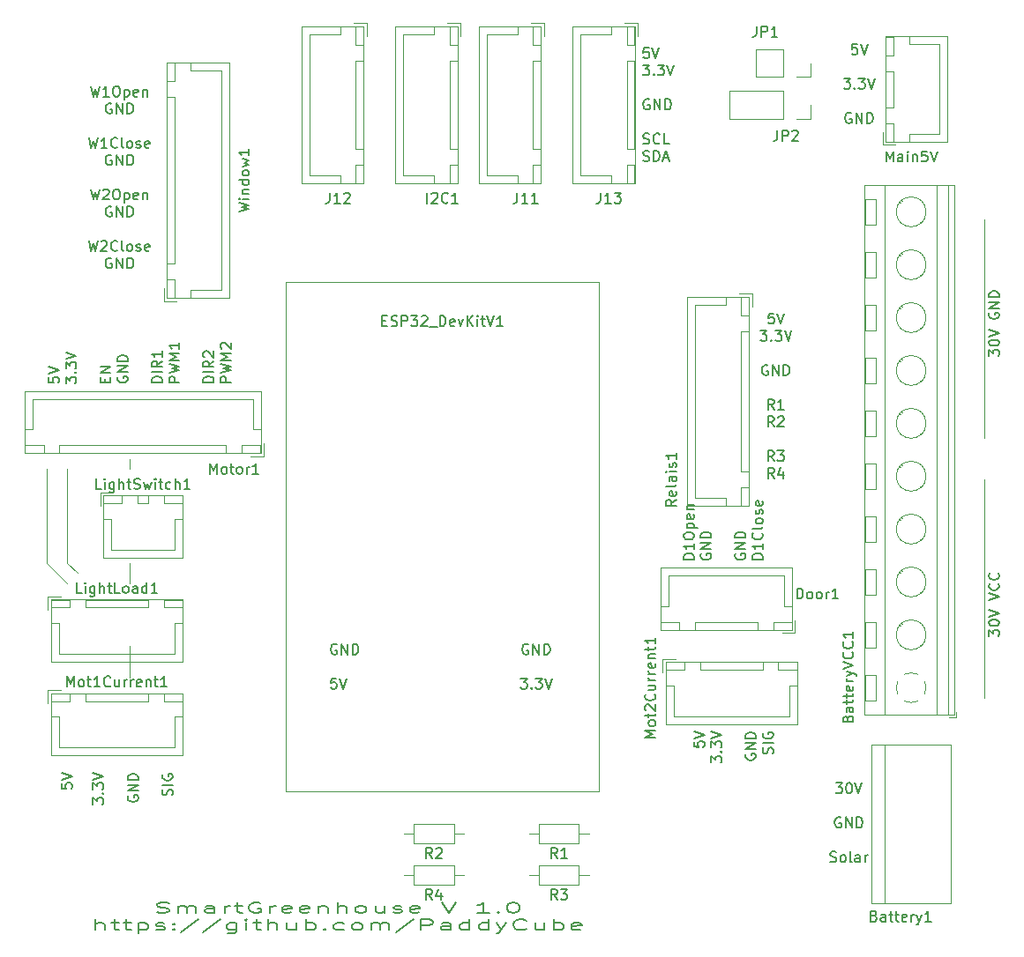
<source format=gto>
G04 #@! TF.GenerationSoftware,KiCad,Pcbnew,(5.1.2)-2*
G04 #@! TF.CreationDate,2023-01-06T14:54:35+01:00*
G04 #@! TF.ProjectId,greenhouse,67726565-6e68-46f7-9573-652e6b696361,rev?*
G04 #@! TF.SameCoordinates,Original*
G04 #@! TF.FileFunction,Legend,Top*
G04 #@! TF.FilePolarity,Positive*
%FSLAX46Y46*%
G04 Gerber Fmt 4.6, Leading zero omitted, Abs format (unit mm)*
G04 Created by KiCad (PCBNEW (5.1.2)-2) date 2023-01-06 14:54:35*
%MOMM*%
%LPD*%
G04 APERTURE LIST*
%ADD10C,0.120000*%
%ADD11C,0.150000*%
%ADD12C,1.626000*%
%ADD13O,2.052000X1.802000*%
%ADD14C,0.100000*%
%ADD15C,1.802000*%
%ADD16O,1.802000X2.052000*%
%ADD17O,1.502000X1.502000*%
%ADD18C,1.502000*%
%ADD19O,1.802000X1.802000*%
%ADD20R,1.802000X1.802000*%
%ADD21C,2.202000*%
%ADD22R,2.202000X2.202000*%
%ADD23O,1.802000X2.102000*%
%ADD24C,3.102000*%
%ADD25R,3.102000X3.102000*%
G04 APERTURE END LIST*
D10*
X159000000Y-82000000D02*
X129000000Y-82000000D01*
X159000000Y-131000000D02*
X159000000Y-82000000D01*
X129000000Y-131000000D02*
X159000000Y-131000000D01*
X129000000Y-82000000D02*
X129000000Y-131000000D01*
D11*
X152238095Y-116850000D02*
X152142857Y-116802380D01*
X152000000Y-116802380D01*
X151857142Y-116850000D01*
X151761904Y-116945238D01*
X151714285Y-117040476D01*
X151666666Y-117230952D01*
X151666666Y-117373809D01*
X151714285Y-117564285D01*
X151761904Y-117659523D01*
X151857142Y-117754761D01*
X152000000Y-117802380D01*
X152095238Y-117802380D01*
X152238095Y-117754761D01*
X152285714Y-117707142D01*
X152285714Y-117373809D01*
X152095238Y-117373809D01*
X152714285Y-117802380D02*
X152714285Y-116802380D01*
X153285714Y-117802380D01*
X153285714Y-116802380D01*
X153761904Y-117802380D02*
X153761904Y-116802380D01*
X154000000Y-116802380D01*
X154142857Y-116850000D01*
X154238095Y-116945238D01*
X154285714Y-117040476D01*
X154333333Y-117230952D01*
X154333333Y-117373809D01*
X154285714Y-117564285D01*
X154238095Y-117659523D01*
X154142857Y-117754761D01*
X154000000Y-117802380D01*
X153761904Y-117802380D01*
X151523809Y-120102380D02*
X152142857Y-120102380D01*
X151809523Y-120483333D01*
X151952380Y-120483333D01*
X152047619Y-120530952D01*
X152095238Y-120578571D01*
X152142857Y-120673809D01*
X152142857Y-120911904D01*
X152095238Y-121007142D01*
X152047619Y-121054761D01*
X151952380Y-121102380D01*
X151666666Y-121102380D01*
X151571428Y-121054761D01*
X151523809Y-121007142D01*
X152571428Y-121007142D02*
X152619047Y-121054761D01*
X152571428Y-121102380D01*
X152523809Y-121054761D01*
X152571428Y-121007142D01*
X152571428Y-121102380D01*
X152952380Y-120102380D02*
X153571428Y-120102380D01*
X153238095Y-120483333D01*
X153380952Y-120483333D01*
X153476190Y-120530952D01*
X153523809Y-120578571D01*
X153571428Y-120673809D01*
X153571428Y-120911904D01*
X153523809Y-121007142D01*
X153476190Y-121054761D01*
X153380952Y-121102380D01*
X153095238Y-121102380D01*
X153000000Y-121054761D01*
X152952380Y-121007142D01*
X153857142Y-120102380D02*
X154190476Y-121102380D01*
X154523809Y-120102380D01*
X133859404Y-116850000D02*
X133764166Y-116802380D01*
X133621309Y-116802380D01*
X133478452Y-116850000D01*
X133383214Y-116945238D01*
X133335595Y-117040476D01*
X133287976Y-117230952D01*
X133287976Y-117373809D01*
X133335595Y-117564285D01*
X133383214Y-117659523D01*
X133478452Y-117754761D01*
X133621309Y-117802380D01*
X133716547Y-117802380D01*
X133859404Y-117754761D01*
X133907023Y-117707142D01*
X133907023Y-117373809D01*
X133716547Y-117373809D01*
X134335595Y-117802380D02*
X134335595Y-116802380D01*
X134907023Y-117802380D01*
X134907023Y-116802380D01*
X135383214Y-117802380D02*
X135383214Y-116802380D01*
X135621309Y-116802380D01*
X135764166Y-116850000D01*
X135859404Y-116945238D01*
X135907023Y-117040476D01*
X135954642Y-117230952D01*
X135954642Y-117373809D01*
X135907023Y-117564285D01*
X135859404Y-117659523D01*
X135764166Y-117754761D01*
X135621309Y-117802380D01*
X135383214Y-117802380D01*
X133811785Y-120102380D02*
X133335595Y-120102380D01*
X133287976Y-120578571D01*
X133335595Y-120530952D01*
X133430833Y-120483333D01*
X133668928Y-120483333D01*
X133764166Y-120530952D01*
X133811785Y-120578571D01*
X133859404Y-120673809D01*
X133859404Y-120911904D01*
X133811785Y-121007142D01*
X133764166Y-121054761D01*
X133668928Y-121102380D01*
X133430833Y-121102380D01*
X133335595Y-121054761D01*
X133287976Y-121007142D01*
X134145119Y-120102380D02*
X134478452Y-121102380D01*
X134811785Y-120102380D01*
X168152380Y-126192738D02*
X168152380Y-126668928D01*
X168628571Y-126716547D01*
X168580952Y-126668928D01*
X168533333Y-126573690D01*
X168533333Y-126335595D01*
X168580952Y-126240357D01*
X168628571Y-126192738D01*
X168723809Y-126145119D01*
X168961904Y-126145119D01*
X169057142Y-126192738D01*
X169104761Y-126240357D01*
X169152380Y-126335595D01*
X169152380Y-126573690D01*
X169104761Y-126668928D01*
X169057142Y-126716547D01*
X168152380Y-125859404D02*
X169152380Y-125526071D01*
X168152380Y-125192738D01*
X169802380Y-128192738D02*
X169802380Y-127573690D01*
X170183333Y-127907023D01*
X170183333Y-127764166D01*
X170230952Y-127668928D01*
X170278571Y-127621309D01*
X170373809Y-127573690D01*
X170611904Y-127573690D01*
X170707142Y-127621309D01*
X170754761Y-127668928D01*
X170802380Y-127764166D01*
X170802380Y-128049880D01*
X170754761Y-128145119D01*
X170707142Y-128192738D01*
X170707142Y-127145119D02*
X170754761Y-127097500D01*
X170802380Y-127145119D01*
X170754761Y-127192738D01*
X170707142Y-127145119D01*
X170802380Y-127145119D01*
X169802380Y-126764166D02*
X169802380Y-126145119D01*
X170183333Y-126478452D01*
X170183333Y-126335595D01*
X170230952Y-126240357D01*
X170278571Y-126192738D01*
X170373809Y-126145119D01*
X170611904Y-126145119D01*
X170707142Y-126192738D01*
X170754761Y-126240357D01*
X170802380Y-126335595D01*
X170802380Y-126621309D01*
X170754761Y-126716547D01*
X170707142Y-126764166D01*
X169802380Y-125859404D02*
X170802380Y-125526071D01*
X169802380Y-125192738D01*
X173150000Y-127383214D02*
X173102380Y-127478452D01*
X173102380Y-127621309D01*
X173150000Y-127764166D01*
X173245238Y-127859404D01*
X173340476Y-127907023D01*
X173530952Y-127954642D01*
X173673809Y-127954642D01*
X173864285Y-127907023D01*
X173959523Y-127859404D01*
X174054761Y-127764166D01*
X174102380Y-127621309D01*
X174102380Y-127526071D01*
X174054761Y-127383214D01*
X174007142Y-127335595D01*
X173673809Y-127335595D01*
X173673809Y-127526071D01*
X174102380Y-126907023D02*
X173102380Y-126907023D01*
X174102380Y-126335595D01*
X173102380Y-126335595D01*
X174102380Y-125859404D02*
X173102380Y-125859404D01*
X173102380Y-125621309D01*
X173150000Y-125478452D01*
X173245238Y-125383214D01*
X173340476Y-125335595D01*
X173530952Y-125287976D01*
X173673809Y-125287976D01*
X173864285Y-125335595D01*
X173959523Y-125383214D01*
X174054761Y-125478452D01*
X174102380Y-125621309D01*
X174102380Y-125859404D01*
X175704761Y-127335595D02*
X175752380Y-127192738D01*
X175752380Y-126954642D01*
X175704761Y-126859404D01*
X175657142Y-126811785D01*
X175561904Y-126764166D01*
X175466666Y-126764166D01*
X175371428Y-126811785D01*
X175323809Y-126859404D01*
X175276190Y-126954642D01*
X175228571Y-127145119D01*
X175180952Y-127240357D01*
X175133333Y-127287976D01*
X175038095Y-127335595D01*
X174942857Y-127335595D01*
X174847619Y-127287976D01*
X174800000Y-127240357D01*
X174752380Y-127145119D01*
X174752380Y-126907023D01*
X174800000Y-126764166D01*
X175752380Y-126335595D02*
X174752380Y-126335595D01*
X174800000Y-125335595D02*
X174752380Y-125430833D01*
X174752380Y-125573690D01*
X174800000Y-125716547D01*
X174895238Y-125811785D01*
X174990476Y-125859404D01*
X175180952Y-125907023D01*
X175323809Y-125907023D01*
X175514285Y-125859404D01*
X175609523Y-125811785D01*
X175704761Y-125716547D01*
X175752380Y-125573690D01*
X175752380Y-125478452D01*
X175704761Y-125335595D01*
X175657142Y-125287976D01*
X175323809Y-125287976D01*
X175323809Y-125478452D01*
X168152380Y-108664404D02*
X167152380Y-108664404D01*
X167152380Y-108426309D01*
X167200000Y-108283452D01*
X167295238Y-108188214D01*
X167390476Y-108140595D01*
X167580952Y-108092976D01*
X167723809Y-108092976D01*
X167914285Y-108140595D01*
X168009523Y-108188214D01*
X168104761Y-108283452D01*
X168152380Y-108426309D01*
X168152380Y-108664404D01*
X168152380Y-107140595D02*
X168152380Y-107712023D01*
X168152380Y-107426309D02*
X167152380Y-107426309D01*
X167295238Y-107521547D01*
X167390476Y-107616785D01*
X167438095Y-107712023D01*
X167152380Y-106521547D02*
X167152380Y-106331071D01*
X167200000Y-106235833D01*
X167295238Y-106140595D01*
X167485714Y-106092976D01*
X167819047Y-106092976D01*
X168009523Y-106140595D01*
X168104761Y-106235833D01*
X168152380Y-106331071D01*
X168152380Y-106521547D01*
X168104761Y-106616785D01*
X168009523Y-106712023D01*
X167819047Y-106759642D01*
X167485714Y-106759642D01*
X167295238Y-106712023D01*
X167200000Y-106616785D01*
X167152380Y-106521547D01*
X167485714Y-105664404D02*
X168485714Y-105664404D01*
X167533333Y-105664404D02*
X167485714Y-105569166D01*
X167485714Y-105378690D01*
X167533333Y-105283452D01*
X167580952Y-105235833D01*
X167676190Y-105188214D01*
X167961904Y-105188214D01*
X168057142Y-105235833D01*
X168104761Y-105283452D01*
X168152380Y-105378690D01*
X168152380Y-105569166D01*
X168104761Y-105664404D01*
X168104761Y-104378690D02*
X168152380Y-104473928D01*
X168152380Y-104664404D01*
X168104761Y-104759642D01*
X168009523Y-104807261D01*
X167628571Y-104807261D01*
X167533333Y-104759642D01*
X167485714Y-104664404D01*
X167485714Y-104473928D01*
X167533333Y-104378690D01*
X167628571Y-104331071D01*
X167723809Y-104331071D01*
X167819047Y-104807261D01*
X167485714Y-103902500D02*
X168152380Y-103902500D01*
X167580952Y-103902500D02*
X167533333Y-103854880D01*
X167485714Y-103759642D01*
X167485714Y-103616785D01*
X167533333Y-103521547D01*
X167628571Y-103473928D01*
X168152380Y-103473928D01*
X168850000Y-108140595D02*
X168802380Y-108235833D01*
X168802380Y-108378690D01*
X168850000Y-108521547D01*
X168945238Y-108616785D01*
X169040476Y-108664404D01*
X169230952Y-108712023D01*
X169373809Y-108712023D01*
X169564285Y-108664404D01*
X169659523Y-108616785D01*
X169754761Y-108521547D01*
X169802380Y-108378690D01*
X169802380Y-108283452D01*
X169754761Y-108140595D01*
X169707142Y-108092976D01*
X169373809Y-108092976D01*
X169373809Y-108283452D01*
X169802380Y-107664404D02*
X168802380Y-107664404D01*
X169802380Y-107092976D01*
X168802380Y-107092976D01*
X169802380Y-106616785D02*
X168802380Y-106616785D01*
X168802380Y-106378690D01*
X168850000Y-106235833D01*
X168945238Y-106140595D01*
X169040476Y-106092976D01*
X169230952Y-106045357D01*
X169373809Y-106045357D01*
X169564285Y-106092976D01*
X169659523Y-106140595D01*
X169754761Y-106235833D01*
X169802380Y-106378690D01*
X169802380Y-106616785D01*
X172150000Y-108140595D02*
X172102380Y-108235833D01*
X172102380Y-108378690D01*
X172150000Y-108521547D01*
X172245238Y-108616785D01*
X172340476Y-108664404D01*
X172530952Y-108712023D01*
X172673809Y-108712023D01*
X172864285Y-108664404D01*
X172959523Y-108616785D01*
X173054761Y-108521547D01*
X173102380Y-108378690D01*
X173102380Y-108283452D01*
X173054761Y-108140595D01*
X173007142Y-108092976D01*
X172673809Y-108092976D01*
X172673809Y-108283452D01*
X173102380Y-107664404D02*
X172102380Y-107664404D01*
X173102380Y-107092976D01*
X172102380Y-107092976D01*
X173102380Y-106616785D02*
X172102380Y-106616785D01*
X172102380Y-106378690D01*
X172150000Y-106235833D01*
X172245238Y-106140595D01*
X172340476Y-106092976D01*
X172530952Y-106045357D01*
X172673809Y-106045357D01*
X172864285Y-106092976D01*
X172959523Y-106140595D01*
X173054761Y-106235833D01*
X173102380Y-106378690D01*
X173102380Y-106616785D01*
X174752380Y-108664404D02*
X173752380Y-108664404D01*
X173752380Y-108426309D01*
X173800000Y-108283452D01*
X173895238Y-108188214D01*
X173990476Y-108140595D01*
X174180952Y-108092976D01*
X174323809Y-108092976D01*
X174514285Y-108140595D01*
X174609523Y-108188214D01*
X174704761Y-108283452D01*
X174752380Y-108426309D01*
X174752380Y-108664404D01*
X174752380Y-107140595D02*
X174752380Y-107712023D01*
X174752380Y-107426309D02*
X173752380Y-107426309D01*
X173895238Y-107521547D01*
X173990476Y-107616785D01*
X174038095Y-107712023D01*
X174657142Y-106140595D02*
X174704761Y-106188214D01*
X174752380Y-106331071D01*
X174752380Y-106426309D01*
X174704761Y-106569166D01*
X174609523Y-106664404D01*
X174514285Y-106712023D01*
X174323809Y-106759642D01*
X174180952Y-106759642D01*
X173990476Y-106712023D01*
X173895238Y-106664404D01*
X173800000Y-106569166D01*
X173752380Y-106426309D01*
X173752380Y-106331071D01*
X173800000Y-106188214D01*
X173847619Y-106140595D01*
X174752380Y-105569166D02*
X174704761Y-105664404D01*
X174609523Y-105712023D01*
X173752380Y-105712023D01*
X174752380Y-105045357D02*
X174704761Y-105140595D01*
X174657142Y-105188214D01*
X174561904Y-105235833D01*
X174276190Y-105235833D01*
X174180952Y-105188214D01*
X174133333Y-105140595D01*
X174085714Y-105045357D01*
X174085714Y-104902500D01*
X174133333Y-104807261D01*
X174180952Y-104759642D01*
X174276190Y-104712023D01*
X174561904Y-104712023D01*
X174657142Y-104759642D01*
X174704761Y-104807261D01*
X174752380Y-104902500D01*
X174752380Y-105045357D01*
X174704761Y-104331071D02*
X174752380Y-104235833D01*
X174752380Y-104045357D01*
X174704761Y-103950119D01*
X174609523Y-103902500D01*
X174561904Y-103902500D01*
X174466666Y-103950119D01*
X174419047Y-104045357D01*
X174419047Y-104188214D01*
X174371428Y-104283452D01*
X174276190Y-104331071D01*
X174228571Y-104331071D01*
X174133333Y-104283452D01*
X174085714Y-104188214D01*
X174085714Y-104045357D01*
X174133333Y-103950119D01*
X174704761Y-103092976D02*
X174752380Y-103188214D01*
X174752380Y-103378690D01*
X174704761Y-103473928D01*
X174609523Y-103521547D01*
X174228571Y-103521547D01*
X174133333Y-103473928D01*
X174085714Y-103378690D01*
X174085714Y-103188214D01*
X174133333Y-103092976D01*
X174228571Y-103045357D01*
X174323809Y-103045357D01*
X174419047Y-103521547D01*
X175809523Y-85027380D02*
X175333333Y-85027380D01*
X175285714Y-85503571D01*
X175333333Y-85455952D01*
X175428571Y-85408333D01*
X175666666Y-85408333D01*
X175761904Y-85455952D01*
X175809523Y-85503571D01*
X175857142Y-85598809D01*
X175857142Y-85836904D01*
X175809523Y-85932142D01*
X175761904Y-85979761D01*
X175666666Y-86027380D01*
X175428571Y-86027380D01*
X175333333Y-85979761D01*
X175285714Y-85932142D01*
X176142857Y-85027380D02*
X176476190Y-86027380D01*
X176809523Y-85027380D01*
X174523809Y-86677380D02*
X175142857Y-86677380D01*
X174809523Y-87058333D01*
X174952380Y-87058333D01*
X175047619Y-87105952D01*
X175095238Y-87153571D01*
X175142857Y-87248809D01*
X175142857Y-87486904D01*
X175095238Y-87582142D01*
X175047619Y-87629761D01*
X174952380Y-87677380D01*
X174666666Y-87677380D01*
X174571428Y-87629761D01*
X174523809Y-87582142D01*
X175571428Y-87582142D02*
X175619047Y-87629761D01*
X175571428Y-87677380D01*
X175523809Y-87629761D01*
X175571428Y-87582142D01*
X175571428Y-87677380D01*
X175952380Y-86677380D02*
X176571428Y-86677380D01*
X176238095Y-87058333D01*
X176380952Y-87058333D01*
X176476190Y-87105952D01*
X176523809Y-87153571D01*
X176571428Y-87248809D01*
X176571428Y-87486904D01*
X176523809Y-87582142D01*
X176476190Y-87629761D01*
X176380952Y-87677380D01*
X176095238Y-87677380D01*
X176000000Y-87629761D01*
X175952380Y-87582142D01*
X176857142Y-86677380D02*
X177190476Y-87677380D01*
X177523809Y-86677380D01*
X175238095Y-90025000D02*
X175142857Y-89977380D01*
X175000000Y-89977380D01*
X174857142Y-90025000D01*
X174761904Y-90120238D01*
X174714285Y-90215476D01*
X174666666Y-90405952D01*
X174666666Y-90548809D01*
X174714285Y-90739285D01*
X174761904Y-90834523D01*
X174857142Y-90929761D01*
X175000000Y-90977380D01*
X175095238Y-90977380D01*
X175238095Y-90929761D01*
X175285714Y-90882142D01*
X175285714Y-90548809D01*
X175095238Y-90548809D01*
X175714285Y-90977380D02*
X175714285Y-89977380D01*
X176285714Y-90977380D01*
X176285714Y-89977380D01*
X176761904Y-90977380D02*
X176761904Y-89977380D01*
X177000000Y-89977380D01*
X177142857Y-90025000D01*
X177238095Y-90120238D01*
X177285714Y-90215476D01*
X177333333Y-90405952D01*
X177333333Y-90548809D01*
X177285714Y-90739285D01*
X177238095Y-90834523D01*
X177142857Y-90929761D01*
X177000000Y-90977380D01*
X176761904Y-90977380D01*
X175833333Y-94277380D02*
X175500000Y-93801190D01*
X175261904Y-94277380D02*
X175261904Y-93277380D01*
X175642857Y-93277380D01*
X175738095Y-93325000D01*
X175785714Y-93372619D01*
X175833333Y-93467857D01*
X175833333Y-93610714D01*
X175785714Y-93705952D01*
X175738095Y-93753571D01*
X175642857Y-93801190D01*
X175261904Y-93801190D01*
X176785714Y-94277380D02*
X176214285Y-94277380D01*
X176500000Y-94277380D02*
X176500000Y-93277380D01*
X176404761Y-93420238D01*
X176309523Y-93515476D01*
X176214285Y-93563095D01*
X175833333Y-95927380D02*
X175500000Y-95451190D01*
X175261904Y-95927380D02*
X175261904Y-94927380D01*
X175642857Y-94927380D01*
X175738095Y-94975000D01*
X175785714Y-95022619D01*
X175833333Y-95117857D01*
X175833333Y-95260714D01*
X175785714Y-95355952D01*
X175738095Y-95403571D01*
X175642857Y-95451190D01*
X175261904Y-95451190D01*
X176214285Y-95022619D02*
X176261904Y-94975000D01*
X176357142Y-94927380D01*
X176595238Y-94927380D01*
X176690476Y-94975000D01*
X176738095Y-95022619D01*
X176785714Y-95117857D01*
X176785714Y-95213095D01*
X176738095Y-95355952D01*
X176166666Y-95927380D01*
X176785714Y-95927380D01*
X175833333Y-99227380D02*
X175500000Y-98751190D01*
X175261904Y-99227380D02*
X175261904Y-98227380D01*
X175642857Y-98227380D01*
X175738095Y-98275000D01*
X175785714Y-98322619D01*
X175833333Y-98417857D01*
X175833333Y-98560714D01*
X175785714Y-98655952D01*
X175738095Y-98703571D01*
X175642857Y-98751190D01*
X175261904Y-98751190D01*
X176166666Y-98227380D02*
X176785714Y-98227380D01*
X176452380Y-98608333D01*
X176595238Y-98608333D01*
X176690476Y-98655952D01*
X176738095Y-98703571D01*
X176785714Y-98798809D01*
X176785714Y-99036904D01*
X176738095Y-99132142D01*
X176690476Y-99179761D01*
X176595238Y-99227380D01*
X176309523Y-99227380D01*
X176214285Y-99179761D01*
X176166666Y-99132142D01*
X175833333Y-100877380D02*
X175500000Y-100401190D01*
X175261904Y-100877380D02*
X175261904Y-99877380D01*
X175642857Y-99877380D01*
X175738095Y-99925000D01*
X175785714Y-99972619D01*
X175833333Y-100067857D01*
X175833333Y-100210714D01*
X175785714Y-100305952D01*
X175738095Y-100353571D01*
X175642857Y-100401190D01*
X175261904Y-100401190D01*
X176690476Y-100210714D02*
X176690476Y-100877380D01*
X176452380Y-99829761D02*
X176214285Y-100544047D01*
X176833333Y-100544047D01*
X110238095Y-63202380D02*
X110476190Y-64202380D01*
X110666666Y-63488095D01*
X110857142Y-64202380D01*
X111095238Y-63202380D01*
X112000000Y-64202380D02*
X111428571Y-64202380D01*
X111714285Y-64202380D02*
X111714285Y-63202380D01*
X111619047Y-63345238D01*
X111523809Y-63440476D01*
X111428571Y-63488095D01*
X112619047Y-63202380D02*
X112809523Y-63202380D01*
X112904761Y-63250000D01*
X113000000Y-63345238D01*
X113047619Y-63535714D01*
X113047619Y-63869047D01*
X113000000Y-64059523D01*
X112904761Y-64154761D01*
X112809523Y-64202380D01*
X112619047Y-64202380D01*
X112523809Y-64154761D01*
X112428571Y-64059523D01*
X112380952Y-63869047D01*
X112380952Y-63535714D01*
X112428571Y-63345238D01*
X112523809Y-63250000D01*
X112619047Y-63202380D01*
X113476190Y-63535714D02*
X113476190Y-64535714D01*
X113476190Y-63583333D02*
X113571428Y-63535714D01*
X113761904Y-63535714D01*
X113857142Y-63583333D01*
X113904761Y-63630952D01*
X113952380Y-63726190D01*
X113952380Y-64011904D01*
X113904761Y-64107142D01*
X113857142Y-64154761D01*
X113761904Y-64202380D01*
X113571428Y-64202380D01*
X113476190Y-64154761D01*
X114761904Y-64154761D02*
X114666666Y-64202380D01*
X114476190Y-64202380D01*
X114380952Y-64154761D01*
X114333333Y-64059523D01*
X114333333Y-63678571D01*
X114380952Y-63583333D01*
X114476190Y-63535714D01*
X114666666Y-63535714D01*
X114761904Y-63583333D01*
X114809523Y-63678571D01*
X114809523Y-63773809D01*
X114333333Y-63869047D01*
X115238095Y-63535714D02*
X115238095Y-64202380D01*
X115238095Y-63630952D02*
X115285714Y-63583333D01*
X115380952Y-63535714D01*
X115523809Y-63535714D01*
X115619047Y-63583333D01*
X115666666Y-63678571D01*
X115666666Y-64202380D01*
X112238095Y-64900000D02*
X112142857Y-64852380D01*
X112000000Y-64852380D01*
X111857142Y-64900000D01*
X111761904Y-64995238D01*
X111714285Y-65090476D01*
X111666666Y-65280952D01*
X111666666Y-65423809D01*
X111714285Y-65614285D01*
X111761904Y-65709523D01*
X111857142Y-65804761D01*
X112000000Y-65852380D01*
X112095238Y-65852380D01*
X112238095Y-65804761D01*
X112285714Y-65757142D01*
X112285714Y-65423809D01*
X112095238Y-65423809D01*
X112714285Y-65852380D02*
X112714285Y-64852380D01*
X113285714Y-65852380D01*
X113285714Y-64852380D01*
X113761904Y-65852380D02*
X113761904Y-64852380D01*
X114000000Y-64852380D01*
X114142857Y-64900000D01*
X114238095Y-64995238D01*
X114285714Y-65090476D01*
X114333333Y-65280952D01*
X114333333Y-65423809D01*
X114285714Y-65614285D01*
X114238095Y-65709523D01*
X114142857Y-65804761D01*
X114000000Y-65852380D01*
X113761904Y-65852380D01*
X110047619Y-68152380D02*
X110285714Y-69152380D01*
X110476190Y-68438095D01*
X110666666Y-69152380D01*
X110904761Y-68152380D01*
X111809523Y-69152380D02*
X111238095Y-69152380D01*
X111523809Y-69152380D02*
X111523809Y-68152380D01*
X111428571Y-68295238D01*
X111333333Y-68390476D01*
X111238095Y-68438095D01*
X112809523Y-69057142D02*
X112761904Y-69104761D01*
X112619047Y-69152380D01*
X112523809Y-69152380D01*
X112380952Y-69104761D01*
X112285714Y-69009523D01*
X112238095Y-68914285D01*
X112190476Y-68723809D01*
X112190476Y-68580952D01*
X112238095Y-68390476D01*
X112285714Y-68295238D01*
X112380952Y-68200000D01*
X112523809Y-68152380D01*
X112619047Y-68152380D01*
X112761904Y-68200000D01*
X112809523Y-68247619D01*
X113380952Y-69152380D02*
X113285714Y-69104761D01*
X113238095Y-69009523D01*
X113238095Y-68152380D01*
X113904761Y-69152380D02*
X113809523Y-69104761D01*
X113761904Y-69057142D01*
X113714285Y-68961904D01*
X113714285Y-68676190D01*
X113761904Y-68580952D01*
X113809523Y-68533333D01*
X113904761Y-68485714D01*
X114047619Y-68485714D01*
X114142857Y-68533333D01*
X114190476Y-68580952D01*
X114238095Y-68676190D01*
X114238095Y-68961904D01*
X114190476Y-69057142D01*
X114142857Y-69104761D01*
X114047619Y-69152380D01*
X113904761Y-69152380D01*
X114619047Y-69104761D02*
X114714285Y-69152380D01*
X114904761Y-69152380D01*
X115000000Y-69104761D01*
X115047619Y-69009523D01*
X115047619Y-68961904D01*
X115000000Y-68866666D01*
X114904761Y-68819047D01*
X114761904Y-68819047D01*
X114666666Y-68771428D01*
X114619047Y-68676190D01*
X114619047Y-68628571D01*
X114666666Y-68533333D01*
X114761904Y-68485714D01*
X114904761Y-68485714D01*
X115000000Y-68533333D01*
X115857142Y-69104761D02*
X115761904Y-69152380D01*
X115571428Y-69152380D01*
X115476190Y-69104761D01*
X115428571Y-69009523D01*
X115428571Y-68628571D01*
X115476190Y-68533333D01*
X115571428Y-68485714D01*
X115761904Y-68485714D01*
X115857142Y-68533333D01*
X115904761Y-68628571D01*
X115904761Y-68723809D01*
X115428571Y-68819047D01*
X112238095Y-69850000D02*
X112142857Y-69802380D01*
X112000000Y-69802380D01*
X111857142Y-69850000D01*
X111761904Y-69945238D01*
X111714285Y-70040476D01*
X111666666Y-70230952D01*
X111666666Y-70373809D01*
X111714285Y-70564285D01*
X111761904Y-70659523D01*
X111857142Y-70754761D01*
X112000000Y-70802380D01*
X112095238Y-70802380D01*
X112238095Y-70754761D01*
X112285714Y-70707142D01*
X112285714Y-70373809D01*
X112095238Y-70373809D01*
X112714285Y-70802380D02*
X112714285Y-69802380D01*
X113285714Y-70802380D01*
X113285714Y-69802380D01*
X113761904Y-70802380D02*
X113761904Y-69802380D01*
X114000000Y-69802380D01*
X114142857Y-69850000D01*
X114238095Y-69945238D01*
X114285714Y-70040476D01*
X114333333Y-70230952D01*
X114333333Y-70373809D01*
X114285714Y-70564285D01*
X114238095Y-70659523D01*
X114142857Y-70754761D01*
X114000000Y-70802380D01*
X113761904Y-70802380D01*
X110238095Y-73102380D02*
X110476190Y-74102380D01*
X110666666Y-73388095D01*
X110857142Y-74102380D01*
X111095238Y-73102380D01*
X111428571Y-73197619D02*
X111476190Y-73150000D01*
X111571428Y-73102380D01*
X111809523Y-73102380D01*
X111904761Y-73150000D01*
X111952380Y-73197619D01*
X112000000Y-73292857D01*
X112000000Y-73388095D01*
X111952380Y-73530952D01*
X111380952Y-74102380D01*
X112000000Y-74102380D01*
X112619047Y-73102380D02*
X112809523Y-73102380D01*
X112904761Y-73150000D01*
X113000000Y-73245238D01*
X113047619Y-73435714D01*
X113047619Y-73769047D01*
X113000000Y-73959523D01*
X112904761Y-74054761D01*
X112809523Y-74102380D01*
X112619047Y-74102380D01*
X112523809Y-74054761D01*
X112428571Y-73959523D01*
X112380952Y-73769047D01*
X112380952Y-73435714D01*
X112428571Y-73245238D01*
X112523809Y-73150000D01*
X112619047Y-73102380D01*
X113476190Y-73435714D02*
X113476190Y-74435714D01*
X113476190Y-73483333D02*
X113571428Y-73435714D01*
X113761904Y-73435714D01*
X113857142Y-73483333D01*
X113904761Y-73530952D01*
X113952380Y-73626190D01*
X113952380Y-73911904D01*
X113904761Y-74007142D01*
X113857142Y-74054761D01*
X113761904Y-74102380D01*
X113571428Y-74102380D01*
X113476190Y-74054761D01*
X114761904Y-74054761D02*
X114666666Y-74102380D01*
X114476190Y-74102380D01*
X114380952Y-74054761D01*
X114333333Y-73959523D01*
X114333333Y-73578571D01*
X114380952Y-73483333D01*
X114476190Y-73435714D01*
X114666666Y-73435714D01*
X114761904Y-73483333D01*
X114809523Y-73578571D01*
X114809523Y-73673809D01*
X114333333Y-73769047D01*
X115238095Y-73435714D02*
X115238095Y-74102380D01*
X115238095Y-73530952D02*
X115285714Y-73483333D01*
X115380952Y-73435714D01*
X115523809Y-73435714D01*
X115619047Y-73483333D01*
X115666666Y-73578571D01*
X115666666Y-74102380D01*
X112238095Y-74800000D02*
X112142857Y-74752380D01*
X112000000Y-74752380D01*
X111857142Y-74800000D01*
X111761904Y-74895238D01*
X111714285Y-74990476D01*
X111666666Y-75180952D01*
X111666666Y-75323809D01*
X111714285Y-75514285D01*
X111761904Y-75609523D01*
X111857142Y-75704761D01*
X112000000Y-75752380D01*
X112095238Y-75752380D01*
X112238095Y-75704761D01*
X112285714Y-75657142D01*
X112285714Y-75323809D01*
X112095238Y-75323809D01*
X112714285Y-75752380D02*
X112714285Y-74752380D01*
X113285714Y-75752380D01*
X113285714Y-74752380D01*
X113761904Y-75752380D02*
X113761904Y-74752380D01*
X114000000Y-74752380D01*
X114142857Y-74800000D01*
X114238095Y-74895238D01*
X114285714Y-74990476D01*
X114333333Y-75180952D01*
X114333333Y-75323809D01*
X114285714Y-75514285D01*
X114238095Y-75609523D01*
X114142857Y-75704761D01*
X114000000Y-75752380D01*
X113761904Y-75752380D01*
X110047619Y-78052380D02*
X110285714Y-79052380D01*
X110476190Y-78338095D01*
X110666666Y-79052380D01*
X110904761Y-78052380D01*
X111238095Y-78147619D02*
X111285714Y-78100000D01*
X111380952Y-78052380D01*
X111619047Y-78052380D01*
X111714285Y-78100000D01*
X111761904Y-78147619D01*
X111809523Y-78242857D01*
X111809523Y-78338095D01*
X111761904Y-78480952D01*
X111190476Y-79052380D01*
X111809523Y-79052380D01*
X112809523Y-78957142D02*
X112761904Y-79004761D01*
X112619047Y-79052380D01*
X112523809Y-79052380D01*
X112380952Y-79004761D01*
X112285714Y-78909523D01*
X112238095Y-78814285D01*
X112190476Y-78623809D01*
X112190476Y-78480952D01*
X112238095Y-78290476D01*
X112285714Y-78195238D01*
X112380952Y-78100000D01*
X112523809Y-78052380D01*
X112619047Y-78052380D01*
X112761904Y-78100000D01*
X112809523Y-78147619D01*
X113380952Y-79052380D02*
X113285714Y-79004761D01*
X113238095Y-78909523D01*
X113238095Y-78052380D01*
X113904761Y-79052380D02*
X113809523Y-79004761D01*
X113761904Y-78957142D01*
X113714285Y-78861904D01*
X113714285Y-78576190D01*
X113761904Y-78480952D01*
X113809523Y-78433333D01*
X113904761Y-78385714D01*
X114047619Y-78385714D01*
X114142857Y-78433333D01*
X114190476Y-78480952D01*
X114238095Y-78576190D01*
X114238095Y-78861904D01*
X114190476Y-78957142D01*
X114142857Y-79004761D01*
X114047619Y-79052380D01*
X113904761Y-79052380D01*
X114619047Y-79004761D02*
X114714285Y-79052380D01*
X114904761Y-79052380D01*
X115000000Y-79004761D01*
X115047619Y-78909523D01*
X115047619Y-78861904D01*
X115000000Y-78766666D01*
X114904761Y-78719047D01*
X114761904Y-78719047D01*
X114666666Y-78671428D01*
X114619047Y-78576190D01*
X114619047Y-78528571D01*
X114666666Y-78433333D01*
X114761904Y-78385714D01*
X114904761Y-78385714D01*
X115000000Y-78433333D01*
X115857142Y-79004761D02*
X115761904Y-79052380D01*
X115571428Y-79052380D01*
X115476190Y-79004761D01*
X115428571Y-78909523D01*
X115428571Y-78528571D01*
X115476190Y-78433333D01*
X115571428Y-78385714D01*
X115761904Y-78385714D01*
X115857142Y-78433333D01*
X115904761Y-78528571D01*
X115904761Y-78623809D01*
X115428571Y-78719047D01*
X112238095Y-79750000D02*
X112142857Y-79702380D01*
X112000000Y-79702380D01*
X111857142Y-79750000D01*
X111761904Y-79845238D01*
X111714285Y-79940476D01*
X111666666Y-80130952D01*
X111666666Y-80273809D01*
X111714285Y-80464285D01*
X111761904Y-80559523D01*
X111857142Y-80654761D01*
X112000000Y-80702380D01*
X112095238Y-80702380D01*
X112238095Y-80654761D01*
X112285714Y-80607142D01*
X112285714Y-80273809D01*
X112095238Y-80273809D01*
X112714285Y-80702380D02*
X112714285Y-79702380D01*
X113285714Y-80702380D01*
X113285714Y-79702380D01*
X113761904Y-80702380D02*
X113761904Y-79702380D01*
X114000000Y-79702380D01*
X114142857Y-79750000D01*
X114238095Y-79845238D01*
X114285714Y-79940476D01*
X114333333Y-80130952D01*
X114333333Y-80273809D01*
X114285714Y-80464285D01*
X114238095Y-80559523D01*
X114142857Y-80654761D01*
X114000000Y-80702380D01*
X113761904Y-80702380D01*
X181761904Y-130152380D02*
X182380952Y-130152380D01*
X182047619Y-130533333D01*
X182190476Y-130533333D01*
X182285714Y-130580952D01*
X182333333Y-130628571D01*
X182380952Y-130723809D01*
X182380952Y-130961904D01*
X182333333Y-131057142D01*
X182285714Y-131104761D01*
X182190476Y-131152380D01*
X181904761Y-131152380D01*
X181809523Y-131104761D01*
X181761904Y-131057142D01*
X183000000Y-130152380D02*
X183095238Y-130152380D01*
X183190476Y-130200000D01*
X183238095Y-130247619D01*
X183285714Y-130342857D01*
X183333333Y-130533333D01*
X183333333Y-130771428D01*
X183285714Y-130961904D01*
X183238095Y-131057142D01*
X183190476Y-131104761D01*
X183095238Y-131152380D01*
X183000000Y-131152380D01*
X182904761Y-131104761D01*
X182857142Y-131057142D01*
X182809523Y-130961904D01*
X182761904Y-130771428D01*
X182761904Y-130533333D01*
X182809523Y-130342857D01*
X182857142Y-130247619D01*
X182904761Y-130200000D01*
X183000000Y-130152380D01*
X183619047Y-130152380D02*
X183952380Y-131152380D01*
X184285714Y-130152380D01*
X182238095Y-133500000D02*
X182142857Y-133452380D01*
X182000000Y-133452380D01*
X181857142Y-133500000D01*
X181761904Y-133595238D01*
X181714285Y-133690476D01*
X181666666Y-133880952D01*
X181666666Y-134023809D01*
X181714285Y-134214285D01*
X181761904Y-134309523D01*
X181857142Y-134404761D01*
X182000000Y-134452380D01*
X182095238Y-134452380D01*
X182238095Y-134404761D01*
X182285714Y-134357142D01*
X182285714Y-134023809D01*
X182095238Y-134023809D01*
X182714285Y-134452380D02*
X182714285Y-133452380D01*
X183285714Y-134452380D01*
X183285714Y-133452380D01*
X183761904Y-134452380D02*
X183761904Y-133452380D01*
X184000000Y-133452380D01*
X184142857Y-133500000D01*
X184238095Y-133595238D01*
X184285714Y-133690476D01*
X184333333Y-133880952D01*
X184333333Y-134023809D01*
X184285714Y-134214285D01*
X184238095Y-134309523D01*
X184142857Y-134404761D01*
X184000000Y-134452380D01*
X183761904Y-134452380D01*
X181238095Y-137704761D02*
X181380952Y-137752380D01*
X181619047Y-137752380D01*
X181714285Y-137704761D01*
X181761904Y-137657142D01*
X181809523Y-137561904D01*
X181809523Y-137466666D01*
X181761904Y-137371428D01*
X181714285Y-137323809D01*
X181619047Y-137276190D01*
X181428571Y-137228571D01*
X181333333Y-137180952D01*
X181285714Y-137133333D01*
X181238095Y-137038095D01*
X181238095Y-136942857D01*
X181285714Y-136847619D01*
X181333333Y-136800000D01*
X181428571Y-136752380D01*
X181666666Y-136752380D01*
X181809523Y-136800000D01*
X182380952Y-137752380D02*
X182285714Y-137704761D01*
X182238095Y-137657142D01*
X182190476Y-137561904D01*
X182190476Y-137276190D01*
X182238095Y-137180952D01*
X182285714Y-137133333D01*
X182380952Y-137085714D01*
X182523809Y-137085714D01*
X182619047Y-137133333D01*
X182666666Y-137180952D01*
X182714285Y-137276190D01*
X182714285Y-137561904D01*
X182666666Y-137657142D01*
X182619047Y-137704761D01*
X182523809Y-137752380D01*
X182380952Y-137752380D01*
X183285714Y-137752380D02*
X183190476Y-137704761D01*
X183142857Y-137609523D01*
X183142857Y-136752380D01*
X184095238Y-137752380D02*
X184095238Y-137228571D01*
X184047619Y-137133333D01*
X183952380Y-137085714D01*
X183761904Y-137085714D01*
X183666666Y-137133333D01*
X184095238Y-137704761D02*
X184000000Y-137752380D01*
X183761904Y-137752380D01*
X183666666Y-137704761D01*
X183619047Y-137609523D01*
X183619047Y-137514285D01*
X183666666Y-137419047D01*
X183761904Y-137371428D01*
X184000000Y-137371428D01*
X184095238Y-137323809D01*
X184571428Y-137752380D02*
X184571428Y-137085714D01*
X184571428Y-137276190D02*
X184619047Y-137180952D01*
X184666666Y-137133333D01*
X184761904Y-137085714D01*
X184857142Y-137085714D01*
D10*
X196000000Y-101000000D02*
X196000000Y-122000000D01*
X196000000Y-93000000D02*
X196000000Y-97000000D01*
X196000000Y-76000000D02*
X196000000Y-93000000D01*
D11*
X196452380Y-116047619D02*
X196452380Y-115428571D01*
X196833333Y-115761904D01*
X196833333Y-115619047D01*
X196880952Y-115523809D01*
X196928571Y-115476190D01*
X197023809Y-115428571D01*
X197261904Y-115428571D01*
X197357142Y-115476190D01*
X197404761Y-115523809D01*
X197452380Y-115619047D01*
X197452380Y-115904761D01*
X197404761Y-116000000D01*
X197357142Y-116047619D01*
X196452380Y-114809523D02*
X196452380Y-114714285D01*
X196500000Y-114619047D01*
X196547619Y-114571428D01*
X196642857Y-114523809D01*
X196833333Y-114476190D01*
X197071428Y-114476190D01*
X197261904Y-114523809D01*
X197357142Y-114571428D01*
X197404761Y-114619047D01*
X197452380Y-114714285D01*
X197452380Y-114809523D01*
X197404761Y-114904761D01*
X197357142Y-114952380D01*
X197261904Y-115000000D01*
X197071428Y-115047619D01*
X196833333Y-115047619D01*
X196642857Y-115000000D01*
X196547619Y-114952380D01*
X196500000Y-114904761D01*
X196452380Y-114809523D01*
X196452380Y-114190476D02*
X197452380Y-113857142D01*
X196452380Y-113523809D01*
X196452380Y-112571428D02*
X197452380Y-112238095D01*
X196452380Y-111904761D01*
X197357142Y-111000000D02*
X197404761Y-111047619D01*
X197452380Y-111190476D01*
X197452380Y-111285714D01*
X197404761Y-111428571D01*
X197309523Y-111523809D01*
X197214285Y-111571428D01*
X197023809Y-111619047D01*
X196880952Y-111619047D01*
X196690476Y-111571428D01*
X196595238Y-111523809D01*
X196500000Y-111428571D01*
X196452380Y-111285714D01*
X196452380Y-111190476D01*
X196500000Y-111047619D01*
X196547619Y-111000000D01*
X197357142Y-110000000D02*
X197404761Y-110047619D01*
X197452380Y-110190476D01*
X197452380Y-110285714D01*
X197404761Y-110428571D01*
X197309523Y-110523809D01*
X197214285Y-110571428D01*
X197023809Y-110619047D01*
X196880952Y-110619047D01*
X196690476Y-110571428D01*
X196595238Y-110523809D01*
X196500000Y-110428571D01*
X196452380Y-110285714D01*
X196452380Y-110190476D01*
X196500000Y-110047619D01*
X196547619Y-110000000D01*
X196452380Y-89142857D02*
X196452380Y-88523809D01*
X196833333Y-88857142D01*
X196833333Y-88714285D01*
X196880952Y-88619047D01*
X196928571Y-88571428D01*
X197023809Y-88523809D01*
X197261904Y-88523809D01*
X197357142Y-88571428D01*
X197404761Y-88619047D01*
X197452380Y-88714285D01*
X197452380Y-89000000D01*
X197404761Y-89095238D01*
X197357142Y-89142857D01*
X196452380Y-87904761D02*
X196452380Y-87809523D01*
X196500000Y-87714285D01*
X196547619Y-87666666D01*
X196642857Y-87619047D01*
X196833333Y-87571428D01*
X197071428Y-87571428D01*
X197261904Y-87619047D01*
X197357142Y-87666666D01*
X197404761Y-87714285D01*
X197452380Y-87809523D01*
X197452380Y-87904761D01*
X197404761Y-88000000D01*
X197357142Y-88047619D01*
X197261904Y-88095238D01*
X197071428Y-88142857D01*
X196833333Y-88142857D01*
X196642857Y-88095238D01*
X196547619Y-88047619D01*
X196500000Y-88000000D01*
X196452380Y-87904761D01*
X196452380Y-87285714D02*
X197452380Y-86952380D01*
X196452380Y-86619047D01*
X196500000Y-85000000D02*
X196452380Y-85095238D01*
X196452380Y-85238095D01*
X196500000Y-85380952D01*
X196595238Y-85476190D01*
X196690476Y-85523809D01*
X196880952Y-85571428D01*
X197023809Y-85571428D01*
X197214285Y-85523809D01*
X197309523Y-85476190D01*
X197404761Y-85380952D01*
X197452380Y-85238095D01*
X197452380Y-85142857D01*
X197404761Y-85000000D01*
X197357142Y-84952380D01*
X197023809Y-84952380D01*
X197023809Y-85142857D01*
X197452380Y-84523809D02*
X196452380Y-84523809D01*
X197452380Y-83952380D01*
X196452380Y-83952380D01*
X197452380Y-83476190D02*
X196452380Y-83476190D01*
X196452380Y-83238095D01*
X196500000Y-83095238D01*
X196595238Y-83000000D01*
X196690476Y-82952380D01*
X196880952Y-82904761D01*
X197023809Y-82904761D01*
X197214285Y-82952380D01*
X197309523Y-83000000D01*
X197404761Y-83095238D01*
X197452380Y-83238095D01*
X197452380Y-83476190D01*
X183809523Y-59152380D02*
X183333333Y-59152380D01*
X183285714Y-59628571D01*
X183333333Y-59580952D01*
X183428571Y-59533333D01*
X183666666Y-59533333D01*
X183761904Y-59580952D01*
X183809523Y-59628571D01*
X183857142Y-59723809D01*
X183857142Y-59961904D01*
X183809523Y-60057142D01*
X183761904Y-60104761D01*
X183666666Y-60152380D01*
X183428571Y-60152380D01*
X183333333Y-60104761D01*
X183285714Y-60057142D01*
X184142857Y-59152380D02*
X184476190Y-60152380D01*
X184809523Y-59152380D01*
X182523809Y-62452380D02*
X183142857Y-62452380D01*
X182809523Y-62833333D01*
X182952380Y-62833333D01*
X183047619Y-62880952D01*
X183095238Y-62928571D01*
X183142857Y-63023809D01*
X183142857Y-63261904D01*
X183095238Y-63357142D01*
X183047619Y-63404761D01*
X182952380Y-63452380D01*
X182666666Y-63452380D01*
X182571428Y-63404761D01*
X182523809Y-63357142D01*
X183571428Y-63357142D02*
X183619047Y-63404761D01*
X183571428Y-63452380D01*
X183523809Y-63404761D01*
X183571428Y-63357142D01*
X183571428Y-63452380D01*
X183952380Y-62452380D02*
X184571428Y-62452380D01*
X184238095Y-62833333D01*
X184380952Y-62833333D01*
X184476190Y-62880952D01*
X184523809Y-62928571D01*
X184571428Y-63023809D01*
X184571428Y-63261904D01*
X184523809Y-63357142D01*
X184476190Y-63404761D01*
X184380952Y-63452380D01*
X184095238Y-63452380D01*
X184000000Y-63404761D01*
X183952380Y-63357142D01*
X184857142Y-62452380D02*
X185190476Y-63452380D01*
X185523809Y-62452380D01*
X183238095Y-65800000D02*
X183142857Y-65752380D01*
X183000000Y-65752380D01*
X182857142Y-65800000D01*
X182761904Y-65895238D01*
X182714285Y-65990476D01*
X182666666Y-66180952D01*
X182666666Y-66323809D01*
X182714285Y-66514285D01*
X182761904Y-66609523D01*
X182857142Y-66704761D01*
X183000000Y-66752380D01*
X183095238Y-66752380D01*
X183238095Y-66704761D01*
X183285714Y-66657142D01*
X183285714Y-66323809D01*
X183095238Y-66323809D01*
X183714285Y-66752380D02*
X183714285Y-65752380D01*
X184285714Y-66752380D01*
X184285714Y-65752380D01*
X184761904Y-66752380D02*
X184761904Y-65752380D01*
X185000000Y-65752380D01*
X185142857Y-65800000D01*
X185238095Y-65895238D01*
X185285714Y-65990476D01*
X185333333Y-66180952D01*
X185333333Y-66323809D01*
X185285714Y-66514285D01*
X185238095Y-66609523D01*
X185142857Y-66704761D01*
X185000000Y-66752380D01*
X184761904Y-66752380D01*
X163811785Y-59502380D02*
X163335595Y-59502380D01*
X163287976Y-59978571D01*
X163335595Y-59930952D01*
X163430833Y-59883333D01*
X163668928Y-59883333D01*
X163764166Y-59930952D01*
X163811785Y-59978571D01*
X163859404Y-60073809D01*
X163859404Y-60311904D01*
X163811785Y-60407142D01*
X163764166Y-60454761D01*
X163668928Y-60502380D01*
X163430833Y-60502380D01*
X163335595Y-60454761D01*
X163287976Y-60407142D01*
X164145119Y-59502380D02*
X164478452Y-60502380D01*
X164811785Y-59502380D01*
X163240357Y-61152380D02*
X163859404Y-61152380D01*
X163526071Y-61533333D01*
X163668928Y-61533333D01*
X163764166Y-61580952D01*
X163811785Y-61628571D01*
X163859404Y-61723809D01*
X163859404Y-61961904D01*
X163811785Y-62057142D01*
X163764166Y-62104761D01*
X163668928Y-62152380D01*
X163383214Y-62152380D01*
X163287976Y-62104761D01*
X163240357Y-62057142D01*
X164287976Y-62057142D02*
X164335595Y-62104761D01*
X164287976Y-62152380D01*
X164240357Y-62104761D01*
X164287976Y-62057142D01*
X164287976Y-62152380D01*
X164668928Y-61152380D02*
X165287976Y-61152380D01*
X164954642Y-61533333D01*
X165097500Y-61533333D01*
X165192738Y-61580952D01*
X165240357Y-61628571D01*
X165287976Y-61723809D01*
X165287976Y-61961904D01*
X165240357Y-62057142D01*
X165192738Y-62104761D01*
X165097500Y-62152380D01*
X164811785Y-62152380D01*
X164716547Y-62104761D01*
X164668928Y-62057142D01*
X165573690Y-61152380D02*
X165907023Y-62152380D01*
X166240357Y-61152380D01*
X163859404Y-64500000D02*
X163764166Y-64452380D01*
X163621309Y-64452380D01*
X163478452Y-64500000D01*
X163383214Y-64595238D01*
X163335595Y-64690476D01*
X163287976Y-64880952D01*
X163287976Y-65023809D01*
X163335595Y-65214285D01*
X163383214Y-65309523D01*
X163478452Y-65404761D01*
X163621309Y-65452380D01*
X163716547Y-65452380D01*
X163859404Y-65404761D01*
X163907023Y-65357142D01*
X163907023Y-65023809D01*
X163716547Y-65023809D01*
X164335595Y-65452380D02*
X164335595Y-64452380D01*
X164907023Y-65452380D01*
X164907023Y-64452380D01*
X165383214Y-65452380D02*
X165383214Y-64452380D01*
X165621309Y-64452380D01*
X165764166Y-64500000D01*
X165859404Y-64595238D01*
X165907023Y-64690476D01*
X165954642Y-64880952D01*
X165954642Y-65023809D01*
X165907023Y-65214285D01*
X165859404Y-65309523D01*
X165764166Y-65404761D01*
X165621309Y-65452380D01*
X165383214Y-65452380D01*
X163287976Y-68704761D02*
X163430833Y-68752380D01*
X163668928Y-68752380D01*
X163764166Y-68704761D01*
X163811785Y-68657142D01*
X163859404Y-68561904D01*
X163859404Y-68466666D01*
X163811785Y-68371428D01*
X163764166Y-68323809D01*
X163668928Y-68276190D01*
X163478452Y-68228571D01*
X163383214Y-68180952D01*
X163335595Y-68133333D01*
X163287976Y-68038095D01*
X163287976Y-67942857D01*
X163335595Y-67847619D01*
X163383214Y-67800000D01*
X163478452Y-67752380D01*
X163716547Y-67752380D01*
X163859404Y-67800000D01*
X164859404Y-68657142D02*
X164811785Y-68704761D01*
X164668928Y-68752380D01*
X164573690Y-68752380D01*
X164430833Y-68704761D01*
X164335595Y-68609523D01*
X164287976Y-68514285D01*
X164240357Y-68323809D01*
X164240357Y-68180952D01*
X164287976Y-67990476D01*
X164335595Y-67895238D01*
X164430833Y-67800000D01*
X164573690Y-67752380D01*
X164668928Y-67752380D01*
X164811785Y-67800000D01*
X164859404Y-67847619D01*
X165764166Y-68752380D02*
X165287976Y-68752380D01*
X165287976Y-67752380D01*
X163287976Y-70354761D02*
X163430833Y-70402380D01*
X163668928Y-70402380D01*
X163764166Y-70354761D01*
X163811785Y-70307142D01*
X163859404Y-70211904D01*
X163859404Y-70116666D01*
X163811785Y-70021428D01*
X163764166Y-69973809D01*
X163668928Y-69926190D01*
X163478452Y-69878571D01*
X163383214Y-69830952D01*
X163335595Y-69783333D01*
X163287976Y-69688095D01*
X163287976Y-69592857D01*
X163335595Y-69497619D01*
X163383214Y-69450000D01*
X163478452Y-69402380D01*
X163716547Y-69402380D01*
X163859404Y-69450000D01*
X164287976Y-70402380D02*
X164287976Y-69402380D01*
X164526071Y-69402380D01*
X164668928Y-69450000D01*
X164764166Y-69545238D01*
X164811785Y-69640476D01*
X164859404Y-69830952D01*
X164859404Y-69973809D01*
X164811785Y-70164285D01*
X164764166Y-70259523D01*
X164668928Y-70354761D01*
X164526071Y-70402380D01*
X164287976Y-70402380D01*
X165240357Y-70116666D02*
X165716547Y-70116666D01*
X165145119Y-70402380D02*
X165478452Y-69402380D01*
X165811785Y-70402380D01*
X106202380Y-91188214D02*
X106202380Y-91664404D01*
X106678571Y-91712023D01*
X106630952Y-91664404D01*
X106583333Y-91569166D01*
X106583333Y-91331071D01*
X106630952Y-91235833D01*
X106678571Y-91188214D01*
X106773809Y-91140595D01*
X107011904Y-91140595D01*
X107107142Y-91188214D01*
X107154761Y-91235833D01*
X107202380Y-91331071D01*
X107202380Y-91569166D01*
X107154761Y-91664404D01*
X107107142Y-91712023D01*
X106202380Y-90854880D02*
X107202380Y-90521547D01*
X106202380Y-90188214D01*
X107852380Y-91759642D02*
X107852380Y-91140595D01*
X108233333Y-91473928D01*
X108233333Y-91331071D01*
X108280952Y-91235833D01*
X108328571Y-91188214D01*
X108423809Y-91140595D01*
X108661904Y-91140595D01*
X108757142Y-91188214D01*
X108804761Y-91235833D01*
X108852380Y-91331071D01*
X108852380Y-91616785D01*
X108804761Y-91712023D01*
X108757142Y-91759642D01*
X108757142Y-90712023D02*
X108804761Y-90664404D01*
X108852380Y-90712023D01*
X108804761Y-90759642D01*
X108757142Y-90712023D01*
X108852380Y-90712023D01*
X107852380Y-90331071D02*
X107852380Y-89712023D01*
X108233333Y-90045357D01*
X108233333Y-89902500D01*
X108280952Y-89807261D01*
X108328571Y-89759642D01*
X108423809Y-89712023D01*
X108661904Y-89712023D01*
X108757142Y-89759642D01*
X108804761Y-89807261D01*
X108852380Y-89902500D01*
X108852380Y-90188214D01*
X108804761Y-90283452D01*
X108757142Y-90331071D01*
X107852380Y-89426309D02*
X108852380Y-89092976D01*
X107852380Y-88759642D01*
X111628571Y-91664404D02*
X111628571Y-91331071D01*
X112152380Y-91188214D02*
X112152380Y-91664404D01*
X111152380Y-91664404D01*
X111152380Y-91188214D01*
X112152380Y-90759642D02*
X111152380Y-90759642D01*
X112152380Y-90188214D01*
X111152380Y-90188214D01*
X112850000Y-91140595D02*
X112802380Y-91235833D01*
X112802380Y-91378690D01*
X112850000Y-91521547D01*
X112945238Y-91616785D01*
X113040476Y-91664404D01*
X113230952Y-91712023D01*
X113373809Y-91712023D01*
X113564285Y-91664404D01*
X113659523Y-91616785D01*
X113754761Y-91521547D01*
X113802380Y-91378690D01*
X113802380Y-91283452D01*
X113754761Y-91140595D01*
X113707142Y-91092976D01*
X113373809Y-91092976D01*
X113373809Y-91283452D01*
X113802380Y-90664404D02*
X112802380Y-90664404D01*
X113802380Y-90092976D01*
X112802380Y-90092976D01*
X113802380Y-89616785D02*
X112802380Y-89616785D01*
X112802380Y-89378690D01*
X112850000Y-89235833D01*
X112945238Y-89140595D01*
X113040476Y-89092976D01*
X113230952Y-89045357D01*
X113373809Y-89045357D01*
X113564285Y-89092976D01*
X113659523Y-89140595D01*
X113754761Y-89235833D01*
X113802380Y-89378690D01*
X113802380Y-89616785D01*
X117102380Y-91664404D02*
X116102380Y-91664404D01*
X116102380Y-91426309D01*
X116150000Y-91283452D01*
X116245238Y-91188214D01*
X116340476Y-91140595D01*
X116530952Y-91092976D01*
X116673809Y-91092976D01*
X116864285Y-91140595D01*
X116959523Y-91188214D01*
X117054761Y-91283452D01*
X117102380Y-91426309D01*
X117102380Y-91664404D01*
X117102380Y-90664404D02*
X116102380Y-90664404D01*
X117102380Y-89616785D02*
X116626190Y-89950119D01*
X117102380Y-90188214D02*
X116102380Y-90188214D01*
X116102380Y-89807261D01*
X116150000Y-89712023D01*
X116197619Y-89664404D01*
X116292857Y-89616785D01*
X116435714Y-89616785D01*
X116530952Y-89664404D01*
X116578571Y-89712023D01*
X116626190Y-89807261D01*
X116626190Y-90188214D01*
X117102380Y-88664404D02*
X117102380Y-89235833D01*
X117102380Y-88950119D02*
X116102380Y-88950119D01*
X116245238Y-89045357D01*
X116340476Y-89140595D01*
X116388095Y-89235833D01*
X118752380Y-91664404D02*
X117752380Y-91664404D01*
X117752380Y-91283452D01*
X117800000Y-91188214D01*
X117847619Y-91140595D01*
X117942857Y-91092976D01*
X118085714Y-91092976D01*
X118180952Y-91140595D01*
X118228571Y-91188214D01*
X118276190Y-91283452D01*
X118276190Y-91664404D01*
X117752380Y-90759642D02*
X118752380Y-90521547D01*
X118038095Y-90331071D01*
X118752380Y-90140595D01*
X117752380Y-89902500D01*
X118752380Y-89521547D02*
X117752380Y-89521547D01*
X118466666Y-89188214D01*
X117752380Y-88854880D01*
X118752380Y-88854880D01*
X118752380Y-87854880D02*
X118752380Y-88426309D01*
X118752380Y-88140595D02*
X117752380Y-88140595D01*
X117895238Y-88235833D01*
X117990476Y-88331071D01*
X118038095Y-88426309D01*
X122052380Y-91664404D02*
X121052380Y-91664404D01*
X121052380Y-91426309D01*
X121100000Y-91283452D01*
X121195238Y-91188214D01*
X121290476Y-91140595D01*
X121480952Y-91092976D01*
X121623809Y-91092976D01*
X121814285Y-91140595D01*
X121909523Y-91188214D01*
X122004761Y-91283452D01*
X122052380Y-91426309D01*
X122052380Y-91664404D01*
X122052380Y-90664404D02*
X121052380Y-90664404D01*
X122052380Y-89616785D02*
X121576190Y-89950119D01*
X122052380Y-90188214D02*
X121052380Y-90188214D01*
X121052380Y-89807261D01*
X121100000Y-89712023D01*
X121147619Y-89664404D01*
X121242857Y-89616785D01*
X121385714Y-89616785D01*
X121480952Y-89664404D01*
X121528571Y-89712023D01*
X121576190Y-89807261D01*
X121576190Y-90188214D01*
X121147619Y-89235833D02*
X121100000Y-89188214D01*
X121052380Y-89092976D01*
X121052380Y-88854880D01*
X121100000Y-88759642D01*
X121147619Y-88712023D01*
X121242857Y-88664404D01*
X121338095Y-88664404D01*
X121480952Y-88712023D01*
X122052380Y-89283452D01*
X122052380Y-88664404D01*
X123702380Y-91664404D02*
X122702380Y-91664404D01*
X122702380Y-91283452D01*
X122750000Y-91188214D01*
X122797619Y-91140595D01*
X122892857Y-91092976D01*
X123035714Y-91092976D01*
X123130952Y-91140595D01*
X123178571Y-91188214D01*
X123226190Y-91283452D01*
X123226190Y-91664404D01*
X122702380Y-90759642D02*
X123702380Y-90521547D01*
X122988095Y-90331071D01*
X123702380Y-90140595D01*
X122702380Y-89902500D01*
X123702380Y-89521547D02*
X122702380Y-89521547D01*
X123416666Y-89188214D01*
X122702380Y-88854880D01*
X123702380Y-88854880D01*
X122797619Y-88426309D02*
X122750000Y-88378690D01*
X122702380Y-88283452D01*
X122702380Y-88045357D01*
X122750000Y-87950119D01*
X122797619Y-87902500D01*
X122892857Y-87854880D01*
X122988095Y-87854880D01*
X123130952Y-87902500D01*
X123702380Y-88473928D01*
X123702380Y-87854880D01*
D10*
X114000000Y-117000000D02*
X114000000Y-120000000D01*
X114000000Y-109000000D02*
X114000000Y-111000000D01*
X114000000Y-99000000D02*
X114000000Y-100000000D01*
D11*
X113850000Y-131383214D02*
X113802380Y-131478452D01*
X113802380Y-131621309D01*
X113850000Y-131764166D01*
X113945238Y-131859404D01*
X114040476Y-131907023D01*
X114230952Y-131954642D01*
X114373809Y-131954642D01*
X114564285Y-131907023D01*
X114659523Y-131859404D01*
X114754761Y-131764166D01*
X114802380Y-131621309D01*
X114802380Y-131526071D01*
X114754761Y-131383214D01*
X114707142Y-131335595D01*
X114373809Y-131335595D01*
X114373809Y-131526071D01*
X114802380Y-130907023D02*
X113802380Y-130907023D01*
X114802380Y-130335595D01*
X113802380Y-130335595D01*
X114802380Y-129859404D02*
X113802380Y-129859404D01*
X113802380Y-129621309D01*
X113850000Y-129478452D01*
X113945238Y-129383214D01*
X114040476Y-129335595D01*
X114230952Y-129287976D01*
X114373809Y-129287976D01*
X114564285Y-129335595D01*
X114659523Y-129383214D01*
X114754761Y-129478452D01*
X114802380Y-129621309D01*
X114802380Y-129859404D01*
X118054761Y-131335595D02*
X118102380Y-131192738D01*
X118102380Y-130954642D01*
X118054761Y-130859404D01*
X118007142Y-130811785D01*
X117911904Y-130764166D01*
X117816666Y-130764166D01*
X117721428Y-130811785D01*
X117673809Y-130859404D01*
X117626190Y-130954642D01*
X117578571Y-131145119D01*
X117530952Y-131240357D01*
X117483333Y-131287976D01*
X117388095Y-131335595D01*
X117292857Y-131335595D01*
X117197619Y-131287976D01*
X117150000Y-131240357D01*
X117102380Y-131145119D01*
X117102380Y-130907023D01*
X117150000Y-130764166D01*
X118102380Y-130335595D02*
X117102380Y-130335595D01*
X117150000Y-129335595D02*
X117102380Y-129430833D01*
X117102380Y-129573690D01*
X117150000Y-129716547D01*
X117245238Y-129811785D01*
X117340476Y-129859404D01*
X117530952Y-129907023D01*
X117673809Y-129907023D01*
X117864285Y-129859404D01*
X117959523Y-129811785D01*
X118054761Y-129716547D01*
X118102380Y-129573690D01*
X118102380Y-129478452D01*
X118054761Y-129335595D01*
X118007142Y-129287976D01*
X117673809Y-129287976D01*
X117673809Y-129478452D01*
X110452380Y-132192738D02*
X110452380Y-131573690D01*
X110833333Y-131907023D01*
X110833333Y-131764166D01*
X110880952Y-131668928D01*
X110928571Y-131621309D01*
X111023809Y-131573690D01*
X111261904Y-131573690D01*
X111357142Y-131621309D01*
X111404761Y-131668928D01*
X111452380Y-131764166D01*
X111452380Y-132049880D01*
X111404761Y-132145119D01*
X111357142Y-132192738D01*
X111357142Y-131145119D02*
X111404761Y-131097500D01*
X111452380Y-131145119D01*
X111404761Y-131192738D01*
X111357142Y-131145119D01*
X111452380Y-131145119D01*
X110452380Y-130764166D02*
X110452380Y-130145119D01*
X110833333Y-130478452D01*
X110833333Y-130335595D01*
X110880952Y-130240357D01*
X110928571Y-130192738D01*
X111023809Y-130145119D01*
X111261904Y-130145119D01*
X111357142Y-130192738D01*
X111404761Y-130240357D01*
X111452380Y-130335595D01*
X111452380Y-130621309D01*
X111404761Y-130716547D01*
X111357142Y-130764166D01*
X110452380Y-129859404D02*
X111452380Y-129526071D01*
X110452380Y-129192738D01*
X107452380Y-130192738D02*
X107452380Y-130668928D01*
X107928571Y-130716547D01*
X107880952Y-130668928D01*
X107833333Y-130573690D01*
X107833333Y-130335595D01*
X107880952Y-130240357D01*
X107928571Y-130192738D01*
X108023809Y-130145119D01*
X108261904Y-130145119D01*
X108357142Y-130192738D01*
X108404761Y-130240357D01*
X108452380Y-130335595D01*
X108452380Y-130573690D01*
X108404761Y-130668928D01*
X108357142Y-130716547D01*
X107452380Y-129859404D02*
X108452380Y-129526071D01*
X107452380Y-129192738D01*
D10*
X108000000Y-109000000D02*
X109000000Y-110000000D01*
X108000000Y-100000000D02*
X108000000Y-109000000D01*
X106000000Y-109000000D02*
X108000000Y-111000000D01*
X106000000Y-108000000D02*
X106000000Y-109000000D01*
X106000000Y-100000000D02*
X106000000Y-108000000D01*
D11*
X116619047Y-142579761D02*
X116904761Y-142627380D01*
X117380952Y-142627380D01*
X117571428Y-142579761D01*
X117666666Y-142532142D01*
X117761904Y-142436904D01*
X117761904Y-142341666D01*
X117666666Y-142246428D01*
X117571428Y-142198809D01*
X117380952Y-142151190D01*
X117000000Y-142103571D01*
X116809523Y-142055952D01*
X116714285Y-142008333D01*
X116619047Y-141913095D01*
X116619047Y-141817857D01*
X116714285Y-141722619D01*
X116809523Y-141675000D01*
X117000000Y-141627380D01*
X117476190Y-141627380D01*
X117761904Y-141675000D01*
X118619047Y-142627380D02*
X118619047Y-141960714D01*
X118619047Y-142055952D02*
X118714285Y-142008333D01*
X118904761Y-141960714D01*
X119190476Y-141960714D01*
X119380952Y-142008333D01*
X119476190Y-142103571D01*
X119476190Y-142627380D01*
X119476190Y-142103571D02*
X119571428Y-142008333D01*
X119761904Y-141960714D01*
X120047619Y-141960714D01*
X120238095Y-142008333D01*
X120333333Y-142103571D01*
X120333333Y-142627380D01*
X122142857Y-142627380D02*
X122142857Y-142103571D01*
X122047619Y-142008333D01*
X121857142Y-141960714D01*
X121476190Y-141960714D01*
X121285714Y-142008333D01*
X122142857Y-142579761D02*
X121952380Y-142627380D01*
X121476190Y-142627380D01*
X121285714Y-142579761D01*
X121190476Y-142484523D01*
X121190476Y-142389285D01*
X121285714Y-142294047D01*
X121476190Y-142246428D01*
X121952380Y-142246428D01*
X122142857Y-142198809D01*
X123095238Y-142627380D02*
X123095238Y-141960714D01*
X123095238Y-142151190D02*
X123190476Y-142055952D01*
X123285714Y-142008333D01*
X123476190Y-141960714D01*
X123666666Y-141960714D01*
X124047619Y-141960714D02*
X124809523Y-141960714D01*
X124333333Y-141627380D02*
X124333333Y-142484523D01*
X124428571Y-142579761D01*
X124619047Y-142627380D01*
X124809523Y-142627380D01*
X126523809Y-141675000D02*
X126333333Y-141627380D01*
X126047619Y-141627380D01*
X125761904Y-141675000D01*
X125571428Y-141770238D01*
X125476190Y-141865476D01*
X125380952Y-142055952D01*
X125380952Y-142198809D01*
X125476190Y-142389285D01*
X125571428Y-142484523D01*
X125761904Y-142579761D01*
X126047619Y-142627380D01*
X126238095Y-142627380D01*
X126523809Y-142579761D01*
X126619047Y-142532142D01*
X126619047Y-142198809D01*
X126238095Y-142198809D01*
X127476190Y-142627380D02*
X127476190Y-141960714D01*
X127476190Y-142151190D02*
X127571428Y-142055952D01*
X127666666Y-142008333D01*
X127857142Y-141960714D01*
X128047619Y-141960714D01*
X129476190Y-142579761D02*
X129285714Y-142627380D01*
X128904761Y-142627380D01*
X128714285Y-142579761D01*
X128619047Y-142484523D01*
X128619047Y-142103571D01*
X128714285Y-142008333D01*
X128904761Y-141960714D01*
X129285714Y-141960714D01*
X129476190Y-142008333D01*
X129571428Y-142103571D01*
X129571428Y-142198809D01*
X128619047Y-142294047D01*
X131190476Y-142579761D02*
X131000000Y-142627380D01*
X130619047Y-142627380D01*
X130428571Y-142579761D01*
X130333333Y-142484523D01*
X130333333Y-142103571D01*
X130428571Y-142008333D01*
X130619047Y-141960714D01*
X131000000Y-141960714D01*
X131190476Y-142008333D01*
X131285714Y-142103571D01*
X131285714Y-142198809D01*
X130333333Y-142294047D01*
X132142857Y-141960714D02*
X132142857Y-142627380D01*
X132142857Y-142055952D02*
X132238095Y-142008333D01*
X132428571Y-141960714D01*
X132714285Y-141960714D01*
X132904761Y-142008333D01*
X133000000Y-142103571D01*
X133000000Y-142627380D01*
X133952380Y-142627380D02*
X133952380Y-141627380D01*
X134809523Y-142627380D02*
X134809523Y-142103571D01*
X134714285Y-142008333D01*
X134523809Y-141960714D01*
X134238095Y-141960714D01*
X134047619Y-142008333D01*
X133952380Y-142055952D01*
X136047619Y-142627380D02*
X135857142Y-142579761D01*
X135761904Y-142532142D01*
X135666666Y-142436904D01*
X135666666Y-142151190D01*
X135761904Y-142055952D01*
X135857142Y-142008333D01*
X136047619Y-141960714D01*
X136333333Y-141960714D01*
X136523809Y-142008333D01*
X136619047Y-142055952D01*
X136714285Y-142151190D01*
X136714285Y-142436904D01*
X136619047Y-142532142D01*
X136523809Y-142579761D01*
X136333333Y-142627380D01*
X136047619Y-142627380D01*
X138428571Y-141960714D02*
X138428571Y-142627380D01*
X137571428Y-141960714D02*
X137571428Y-142484523D01*
X137666666Y-142579761D01*
X137857142Y-142627380D01*
X138142857Y-142627380D01*
X138333333Y-142579761D01*
X138428571Y-142532142D01*
X139285714Y-142579761D02*
X139476190Y-142627380D01*
X139857142Y-142627380D01*
X140047619Y-142579761D01*
X140142857Y-142484523D01*
X140142857Y-142436904D01*
X140047619Y-142341666D01*
X139857142Y-142294047D01*
X139571428Y-142294047D01*
X139380952Y-142246428D01*
X139285714Y-142151190D01*
X139285714Y-142103571D01*
X139380952Y-142008333D01*
X139571428Y-141960714D01*
X139857142Y-141960714D01*
X140047619Y-142008333D01*
X141761904Y-142579761D02*
X141571428Y-142627380D01*
X141190476Y-142627380D01*
X141000000Y-142579761D01*
X140904761Y-142484523D01*
X140904761Y-142103571D01*
X141000000Y-142008333D01*
X141190476Y-141960714D01*
X141571428Y-141960714D01*
X141761904Y-142008333D01*
X141857142Y-142103571D01*
X141857142Y-142198809D01*
X140904761Y-142294047D01*
X143952380Y-141627380D02*
X144619047Y-142627380D01*
X145285714Y-141627380D01*
X148523809Y-142627380D02*
X147380952Y-142627380D01*
X147952380Y-142627380D02*
X147952380Y-141627380D01*
X147761904Y-141770238D01*
X147571428Y-141865476D01*
X147380952Y-141913095D01*
X149380952Y-142532142D02*
X149476190Y-142579761D01*
X149380952Y-142627380D01*
X149285714Y-142579761D01*
X149380952Y-142532142D01*
X149380952Y-142627380D01*
X150714285Y-141627380D02*
X150904761Y-141627380D01*
X151095238Y-141675000D01*
X151190476Y-141722619D01*
X151285714Y-141817857D01*
X151380952Y-142008333D01*
X151380952Y-142246428D01*
X151285714Y-142436904D01*
X151190476Y-142532142D01*
X151095238Y-142579761D01*
X150904761Y-142627380D01*
X150714285Y-142627380D01*
X150523809Y-142579761D01*
X150428571Y-142532142D01*
X150333333Y-142436904D01*
X150238095Y-142246428D01*
X150238095Y-142008333D01*
X150333333Y-141817857D01*
X150428571Y-141722619D01*
X150523809Y-141675000D01*
X150714285Y-141627380D01*
X110714285Y-144277380D02*
X110714285Y-143277380D01*
X111571428Y-144277380D02*
X111571428Y-143753571D01*
X111476190Y-143658333D01*
X111285714Y-143610714D01*
X111000000Y-143610714D01*
X110809523Y-143658333D01*
X110714285Y-143705952D01*
X112238095Y-143610714D02*
X113000000Y-143610714D01*
X112523809Y-143277380D02*
X112523809Y-144134523D01*
X112619047Y-144229761D01*
X112809523Y-144277380D01*
X113000000Y-144277380D01*
X113380952Y-143610714D02*
X114142857Y-143610714D01*
X113666666Y-143277380D02*
X113666666Y-144134523D01*
X113761904Y-144229761D01*
X113952380Y-144277380D01*
X114142857Y-144277380D01*
X114809523Y-143610714D02*
X114809523Y-144610714D01*
X114809523Y-143658333D02*
X115000000Y-143610714D01*
X115380952Y-143610714D01*
X115571428Y-143658333D01*
X115666666Y-143705952D01*
X115761904Y-143801190D01*
X115761904Y-144086904D01*
X115666666Y-144182142D01*
X115571428Y-144229761D01*
X115380952Y-144277380D01*
X115000000Y-144277380D01*
X114809523Y-144229761D01*
X116523809Y-144229761D02*
X116714285Y-144277380D01*
X117095238Y-144277380D01*
X117285714Y-144229761D01*
X117380952Y-144134523D01*
X117380952Y-144086904D01*
X117285714Y-143991666D01*
X117095238Y-143944047D01*
X116809523Y-143944047D01*
X116619047Y-143896428D01*
X116523809Y-143801190D01*
X116523809Y-143753571D01*
X116619047Y-143658333D01*
X116809523Y-143610714D01*
X117095238Y-143610714D01*
X117285714Y-143658333D01*
X118238095Y-144182142D02*
X118333333Y-144229761D01*
X118238095Y-144277380D01*
X118142857Y-144229761D01*
X118238095Y-144182142D01*
X118238095Y-144277380D01*
X118238095Y-143658333D02*
X118333333Y-143705952D01*
X118238095Y-143753571D01*
X118142857Y-143705952D01*
X118238095Y-143658333D01*
X118238095Y-143753571D01*
X120619047Y-143229761D02*
X118904761Y-144515476D01*
X122714285Y-143229761D02*
X121000000Y-144515476D01*
X124238095Y-143610714D02*
X124238095Y-144420238D01*
X124142857Y-144515476D01*
X124047619Y-144563095D01*
X123857142Y-144610714D01*
X123571428Y-144610714D01*
X123380952Y-144563095D01*
X124238095Y-144229761D02*
X124047619Y-144277380D01*
X123666666Y-144277380D01*
X123476190Y-144229761D01*
X123380952Y-144182142D01*
X123285714Y-144086904D01*
X123285714Y-143801190D01*
X123380952Y-143705952D01*
X123476190Y-143658333D01*
X123666666Y-143610714D01*
X124047619Y-143610714D01*
X124238095Y-143658333D01*
X125190476Y-144277380D02*
X125190476Y-143610714D01*
X125190476Y-143277380D02*
X125095238Y-143325000D01*
X125190476Y-143372619D01*
X125285714Y-143325000D01*
X125190476Y-143277380D01*
X125190476Y-143372619D01*
X125857142Y-143610714D02*
X126619047Y-143610714D01*
X126142857Y-143277380D02*
X126142857Y-144134523D01*
X126238095Y-144229761D01*
X126428571Y-144277380D01*
X126619047Y-144277380D01*
X127285714Y-144277380D02*
X127285714Y-143277380D01*
X128142857Y-144277380D02*
X128142857Y-143753571D01*
X128047619Y-143658333D01*
X127857142Y-143610714D01*
X127571428Y-143610714D01*
X127380952Y-143658333D01*
X127285714Y-143705952D01*
X129952380Y-143610714D02*
X129952380Y-144277380D01*
X129095238Y-143610714D02*
X129095238Y-144134523D01*
X129190476Y-144229761D01*
X129380952Y-144277380D01*
X129666666Y-144277380D01*
X129857142Y-144229761D01*
X129952380Y-144182142D01*
X130904761Y-144277380D02*
X130904761Y-143277380D01*
X130904761Y-143658333D02*
X131095238Y-143610714D01*
X131476190Y-143610714D01*
X131666666Y-143658333D01*
X131761904Y-143705952D01*
X131857142Y-143801190D01*
X131857142Y-144086904D01*
X131761904Y-144182142D01*
X131666666Y-144229761D01*
X131476190Y-144277380D01*
X131095238Y-144277380D01*
X130904761Y-144229761D01*
X132714285Y-144182142D02*
X132809523Y-144229761D01*
X132714285Y-144277380D01*
X132619047Y-144229761D01*
X132714285Y-144182142D01*
X132714285Y-144277380D01*
X134523809Y-144229761D02*
X134333333Y-144277380D01*
X133952380Y-144277380D01*
X133761904Y-144229761D01*
X133666666Y-144182142D01*
X133571428Y-144086904D01*
X133571428Y-143801190D01*
X133666666Y-143705952D01*
X133761904Y-143658333D01*
X133952380Y-143610714D01*
X134333333Y-143610714D01*
X134523809Y-143658333D01*
X135666666Y-144277380D02*
X135476190Y-144229761D01*
X135380952Y-144182142D01*
X135285714Y-144086904D01*
X135285714Y-143801190D01*
X135380952Y-143705952D01*
X135476190Y-143658333D01*
X135666666Y-143610714D01*
X135952380Y-143610714D01*
X136142857Y-143658333D01*
X136238095Y-143705952D01*
X136333333Y-143801190D01*
X136333333Y-144086904D01*
X136238095Y-144182142D01*
X136142857Y-144229761D01*
X135952380Y-144277380D01*
X135666666Y-144277380D01*
X137190476Y-144277380D02*
X137190476Y-143610714D01*
X137190476Y-143705952D02*
X137285714Y-143658333D01*
X137476190Y-143610714D01*
X137761904Y-143610714D01*
X137952380Y-143658333D01*
X138047619Y-143753571D01*
X138047619Y-144277380D01*
X138047619Y-143753571D02*
X138142857Y-143658333D01*
X138333333Y-143610714D01*
X138619047Y-143610714D01*
X138809523Y-143658333D01*
X138904761Y-143753571D01*
X138904761Y-144277380D01*
X141285714Y-143229761D02*
X139571428Y-144515476D01*
X141952380Y-144277380D02*
X141952380Y-143277380D01*
X142714285Y-143277380D01*
X142904761Y-143325000D01*
X143000000Y-143372619D01*
X143095238Y-143467857D01*
X143095238Y-143610714D01*
X143000000Y-143705952D01*
X142904761Y-143753571D01*
X142714285Y-143801190D01*
X141952380Y-143801190D01*
X144809523Y-144277380D02*
X144809523Y-143753571D01*
X144714285Y-143658333D01*
X144523809Y-143610714D01*
X144142857Y-143610714D01*
X143952380Y-143658333D01*
X144809523Y-144229761D02*
X144619047Y-144277380D01*
X144142857Y-144277380D01*
X143952380Y-144229761D01*
X143857142Y-144134523D01*
X143857142Y-144039285D01*
X143952380Y-143944047D01*
X144142857Y-143896428D01*
X144619047Y-143896428D01*
X144809523Y-143848809D01*
X146619047Y-144277380D02*
X146619047Y-143277380D01*
X146619047Y-144229761D02*
X146428571Y-144277380D01*
X146047619Y-144277380D01*
X145857142Y-144229761D01*
X145761904Y-144182142D01*
X145666666Y-144086904D01*
X145666666Y-143801190D01*
X145761904Y-143705952D01*
X145857142Y-143658333D01*
X146047619Y-143610714D01*
X146428571Y-143610714D01*
X146619047Y-143658333D01*
X148428571Y-144277380D02*
X148428571Y-143277380D01*
X148428571Y-144229761D02*
X148238095Y-144277380D01*
X147857142Y-144277380D01*
X147666666Y-144229761D01*
X147571428Y-144182142D01*
X147476190Y-144086904D01*
X147476190Y-143801190D01*
X147571428Y-143705952D01*
X147666666Y-143658333D01*
X147857142Y-143610714D01*
X148238095Y-143610714D01*
X148428571Y-143658333D01*
X149190476Y-143610714D02*
X149666666Y-144277380D01*
X150142857Y-143610714D02*
X149666666Y-144277380D01*
X149476190Y-144515476D01*
X149380952Y-144563095D01*
X149190476Y-144610714D01*
X152047619Y-144182142D02*
X151952380Y-144229761D01*
X151666666Y-144277380D01*
X151476190Y-144277380D01*
X151190476Y-144229761D01*
X151000000Y-144134523D01*
X150904761Y-144039285D01*
X150809523Y-143848809D01*
X150809523Y-143705952D01*
X150904761Y-143515476D01*
X151000000Y-143420238D01*
X151190476Y-143325000D01*
X151476190Y-143277380D01*
X151666666Y-143277380D01*
X151952380Y-143325000D01*
X152047619Y-143372619D01*
X153761904Y-143610714D02*
X153761904Y-144277380D01*
X152904761Y-143610714D02*
X152904761Y-144134523D01*
X153000000Y-144229761D01*
X153190476Y-144277380D01*
X153476190Y-144277380D01*
X153666666Y-144229761D01*
X153761904Y-144182142D01*
X154714285Y-144277380D02*
X154714285Y-143277380D01*
X154714285Y-143658333D02*
X154904761Y-143610714D01*
X155285714Y-143610714D01*
X155476190Y-143658333D01*
X155571428Y-143705952D01*
X155666666Y-143801190D01*
X155666666Y-144086904D01*
X155571428Y-144182142D01*
X155476190Y-144229761D01*
X155285714Y-144277380D01*
X154904761Y-144277380D01*
X154714285Y-144229761D01*
X157285714Y-144229761D02*
X157095238Y-144277380D01*
X156714285Y-144277380D01*
X156523809Y-144229761D01*
X156428571Y-144134523D01*
X156428571Y-143753571D01*
X156523809Y-143658333D01*
X156714285Y-143610714D01*
X157095238Y-143610714D01*
X157285714Y-143658333D01*
X157380952Y-143753571D01*
X157380952Y-143848809D01*
X156428571Y-143944047D01*
D10*
X162750000Y-57150000D02*
X161500000Y-57150000D01*
X162750000Y-58400000D02*
X162750000Y-57150000D01*
X157250000Y-71800000D02*
X157250000Y-65000000D01*
X160200000Y-71800000D02*
X157250000Y-71800000D01*
X160200000Y-72550000D02*
X160200000Y-71800000D01*
X157250000Y-58200000D02*
X157250000Y-65000000D01*
X160200000Y-58200000D02*
X157250000Y-58200000D01*
X160200000Y-57450000D02*
X160200000Y-58200000D01*
X162450000Y-72550000D02*
X162450000Y-70750000D01*
X161700000Y-72550000D02*
X162450000Y-72550000D01*
X161700000Y-70750000D02*
X161700000Y-72550000D01*
X162450000Y-70750000D02*
X161700000Y-70750000D01*
X162450000Y-59250000D02*
X162450000Y-57450000D01*
X161700000Y-59250000D02*
X162450000Y-59250000D01*
X161700000Y-57450000D02*
X161700000Y-59250000D01*
X162450000Y-57450000D02*
X161700000Y-57450000D01*
X162450000Y-69250000D02*
X162450000Y-60750000D01*
X161700000Y-69250000D02*
X162450000Y-69250000D01*
X161700000Y-60750000D02*
X161700000Y-69250000D01*
X162450000Y-60750000D02*
X161700000Y-60750000D01*
X162460000Y-72560000D02*
X162460000Y-57440000D01*
X156490000Y-72560000D02*
X162460000Y-72560000D01*
X156490000Y-57440000D02*
X156490000Y-72560000D01*
X162460000Y-57440000D02*
X156490000Y-57440000D01*
X165150000Y-118250000D02*
X165150000Y-119500000D01*
X166400000Y-118250000D02*
X165150000Y-118250000D01*
X177300000Y-123750000D02*
X171750000Y-123750000D01*
X177300000Y-120800000D02*
X177300000Y-123750000D01*
X178050000Y-120800000D02*
X177300000Y-120800000D01*
X166200000Y-123750000D02*
X171750000Y-123750000D01*
X166200000Y-120800000D02*
X166200000Y-123750000D01*
X165450000Y-120800000D02*
X166200000Y-120800000D01*
X178050000Y-118550000D02*
X176250000Y-118550000D01*
X178050000Y-119300000D02*
X178050000Y-118550000D01*
X176250000Y-119300000D02*
X178050000Y-119300000D01*
X176250000Y-118550000D02*
X176250000Y-119300000D01*
X167250000Y-118550000D02*
X165450000Y-118550000D01*
X167250000Y-119300000D02*
X167250000Y-118550000D01*
X165450000Y-119300000D02*
X167250000Y-119300000D01*
X165450000Y-118550000D02*
X165450000Y-119300000D01*
X174750000Y-118550000D02*
X168750000Y-118550000D01*
X174750000Y-119300000D02*
X174750000Y-118550000D01*
X168750000Y-119300000D02*
X174750000Y-119300000D01*
X168750000Y-118550000D02*
X168750000Y-119300000D01*
X178060000Y-118540000D02*
X165440000Y-118540000D01*
X178060000Y-124510000D02*
X178060000Y-118540000D01*
X165440000Y-124510000D02*
X178060000Y-124510000D01*
X165440000Y-118540000D02*
X165440000Y-124510000D01*
X126850000Y-98750000D02*
X126850000Y-97500000D01*
X125600000Y-98750000D02*
X126850000Y-98750000D01*
X104700000Y-93250000D02*
X115250000Y-93250000D01*
X104700000Y-96200000D02*
X104700000Y-93250000D01*
X103950000Y-96200000D02*
X104700000Y-96200000D01*
X125800000Y-93250000D02*
X115250000Y-93250000D01*
X125800000Y-96200000D02*
X125800000Y-93250000D01*
X126550000Y-96200000D02*
X125800000Y-96200000D01*
X103950000Y-98450000D02*
X105750000Y-98450000D01*
X103950000Y-97700000D02*
X103950000Y-98450000D01*
X105750000Y-97700000D02*
X103950000Y-97700000D01*
X105750000Y-98450000D02*
X105750000Y-97700000D01*
X124750000Y-98450000D02*
X126550000Y-98450000D01*
X124750000Y-97700000D02*
X124750000Y-98450000D01*
X126550000Y-97700000D02*
X124750000Y-97700000D01*
X126550000Y-98450000D02*
X126550000Y-97700000D01*
X107250000Y-98450000D02*
X123250000Y-98450000D01*
X107250000Y-97700000D02*
X107250000Y-98450000D01*
X123250000Y-97700000D02*
X107250000Y-97700000D01*
X123250000Y-98450000D02*
X123250000Y-97700000D01*
X103940000Y-98460000D02*
X126560000Y-98460000D01*
X103940000Y-92490000D02*
X103940000Y-98460000D01*
X126560000Y-92490000D02*
X103940000Y-92490000D01*
X126560000Y-98460000D02*
X126560000Y-92490000D01*
X117250000Y-83850000D02*
X118500000Y-83850000D01*
X117250000Y-82600000D02*
X117250000Y-83850000D01*
X122750000Y-61700000D02*
X122750000Y-72250000D01*
X119800000Y-61700000D02*
X122750000Y-61700000D01*
X119800000Y-60950000D02*
X119800000Y-61700000D01*
X122750000Y-82800000D02*
X122750000Y-72250000D01*
X119800000Y-82800000D02*
X122750000Y-82800000D01*
X119800000Y-83550000D02*
X119800000Y-82800000D01*
X117550000Y-60950000D02*
X117550000Y-62750000D01*
X118300000Y-60950000D02*
X117550000Y-60950000D01*
X118300000Y-62750000D02*
X118300000Y-60950000D01*
X117550000Y-62750000D02*
X118300000Y-62750000D01*
X117550000Y-81750000D02*
X117550000Y-83550000D01*
X118300000Y-81750000D02*
X117550000Y-81750000D01*
X118300000Y-83550000D02*
X118300000Y-81750000D01*
X117550000Y-83550000D02*
X118300000Y-83550000D01*
X117550000Y-64250000D02*
X117550000Y-80250000D01*
X118300000Y-64250000D02*
X117550000Y-64250000D01*
X118300000Y-80250000D02*
X118300000Y-64250000D01*
X117550000Y-80250000D02*
X118300000Y-80250000D01*
X117540000Y-60940000D02*
X117540000Y-83560000D01*
X123510000Y-60940000D02*
X117540000Y-60940000D01*
X123510000Y-83560000D02*
X123510000Y-60940000D01*
X117540000Y-83560000D02*
X123510000Y-83560000D01*
X152320000Y-139000000D02*
X153270000Y-139000000D01*
X158060000Y-139000000D02*
X157110000Y-139000000D01*
X153270000Y-139920000D02*
X157110000Y-139920000D01*
X153270000Y-138080000D02*
X153270000Y-139920000D01*
X157110000Y-138080000D02*
X153270000Y-138080000D01*
X157110000Y-139920000D02*
X157110000Y-138080000D01*
X179330000Y-65000000D02*
X179330000Y-66330000D01*
X179330000Y-66330000D02*
X178000000Y-66330000D01*
X176730000Y-66330000D02*
X171590000Y-66330000D01*
X171590000Y-63670000D02*
X171590000Y-66330000D01*
X176730000Y-63670000D02*
X171590000Y-63670000D01*
X176730000Y-63670000D02*
X176730000Y-66330000D01*
X186250000Y-68850000D02*
X187500000Y-68850000D01*
X186250000Y-67600000D02*
X186250000Y-68850000D01*
X191750000Y-59200000D02*
X191750000Y-63500000D01*
X188800000Y-59200000D02*
X191750000Y-59200000D01*
X188800000Y-58450000D02*
X188800000Y-59200000D01*
X191750000Y-67800000D02*
X191750000Y-63500000D01*
X188800000Y-67800000D02*
X191750000Y-67800000D01*
X188800000Y-68550000D02*
X188800000Y-67800000D01*
X186550000Y-58450000D02*
X186550000Y-60250000D01*
X187300000Y-58450000D02*
X186550000Y-58450000D01*
X187300000Y-60250000D02*
X187300000Y-58450000D01*
X186550000Y-60250000D02*
X187300000Y-60250000D01*
X186550000Y-66750000D02*
X186550000Y-68550000D01*
X187300000Y-66750000D02*
X186550000Y-66750000D01*
X187300000Y-68550000D02*
X187300000Y-66750000D01*
X186550000Y-68550000D02*
X187300000Y-68550000D01*
X186550000Y-61750000D02*
X186550000Y-65250000D01*
X187300000Y-61750000D02*
X186550000Y-61750000D01*
X187300000Y-65250000D02*
X187300000Y-61750000D01*
X186550000Y-65250000D02*
X187300000Y-65250000D01*
X186540000Y-58440000D02*
X186540000Y-68560000D01*
X192510000Y-58440000D02*
X186540000Y-58440000D01*
X192510000Y-68560000D02*
X192510000Y-58440000D01*
X186540000Y-68560000D02*
X192510000Y-68560000D01*
X179330000Y-61000000D02*
X179330000Y-62330000D01*
X179330000Y-62330000D02*
X178000000Y-62330000D01*
X176730000Y-62330000D02*
X174130000Y-62330000D01*
X174130000Y-59670000D02*
X174130000Y-62330000D01*
X176730000Y-59670000D02*
X174130000Y-59670000D01*
X176730000Y-59670000D02*
X176730000Y-62330000D01*
X140320000Y-139000000D02*
X141270000Y-139000000D01*
X146060000Y-139000000D02*
X145110000Y-139000000D01*
X141270000Y-139920000D02*
X145110000Y-139920000D01*
X141270000Y-138080000D02*
X141270000Y-139920000D01*
X145110000Y-138080000D02*
X141270000Y-138080000D01*
X145110000Y-139920000D02*
X145110000Y-138080000D01*
X140320000Y-135000000D02*
X141270000Y-135000000D01*
X146060000Y-135000000D02*
X145110000Y-135000000D01*
X141270000Y-135920000D02*
X145110000Y-135920000D01*
X141270000Y-134080000D02*
X141270000Y-135920000D01*
X145110000Y-134080000D02*
X141270000Y-134080000D01*
X145110000Y-135920000D02*
X145110000Y-134080000D01*
X152320000Y-135000000D02*
X153270000Y-135000000D01*
X158060000Y-135000000D02*
X157110000Y-135000000D01*
X153270000Y-135920000D02*
X157110000Y-135920000D01*
X153270000Y-134080000D02*
X153270000Y-135920000D01*
X157110000Y-134080000D02*
X153270000Y-134080000D01*
X157110000Y-135920000D02*
X157110000Y-134080000D01*
X193350000Y-123840000D02*
X193350000Y-123340000D01*
X192610000Y-123840000D02*
X193350000Y-123840000D01*
X184600000Y-74030000D02*
X185600000Y-74030000D01*
X184600000Y-76530000D02*
X185600000Y-76530000D01*
X185600000Y-76530000D02*
X185600000Y-74030000D01*
X184600000Y-76530000D02*
X184600000Y-74030000D01*
X189850000Y-76304000D02*
X189910000Y-76364000D01*
X187915000Y-74369000D02*
X187955000Y-74409000D01*
X190045000Y-76150000D02*
X190085000Y-76190000D01*
X188090000Y-74195000D02*
X188149000Y-74255000D01*
X184600000Y-79110000D02*
X185600000Y-79110000D01*
X184600000Y-81610000D02*
X185600000Y-81610000D01*
X185600000Y-81610000D02*
X185600000Y-79110000D01*
X184600000Y-81610000D02*
X184600000Y-79110000D01*
X189850000Y-81384000D02*
X189910000Y-81444000D01*
X187915000Y-79449000D02*
X187955000Y-79489000D01*
X190045000Y-81230000D02*
X190085000Y-81270000D01*
X188090000Y-79275000D02*
X188149000Y-79335000D01*
X184600000Y-84190000D02*
X185600000Y-84190000D01*
X184600000Y-86690000D02*
X185600000Y-86690000D01*
X185600000Y-86690000D02*
X185600000Y-84190000D01*
X184600000Y-86690000D02*
X184600000Y-84190000D01*
X189850000Y-86464000D02*
X189910000Y-86524000D01*
X187915000Y-84529000D02*
X187955000Y-84569000D01*
X190045000Y-86310000D02*
X190085000Y-86350000D01*
X188090000Y-84355000D02*
X188149000Y-84415000D01*
X184600000Y-89270000D02*
X185600000Y-89270000D01*
X184600000Y-91770000D02*
X185600000Y-91770000D01*
X185600000Y-91770000D02*
X185600000Y-89270000D01*
X184600000Y-91770000D02*
X184600000Y-89270000D01*
X189850000Y-91544000D02*
X189910000Y-91604000D01*
X187915000Y-89609000D02*
X187955000Y-89649000D01*
X190045000Y-91390000D02*
X190085000Y-91430000D01*
X188090000Y-89435000D02*
X188149000Y-89495000D01*
X184600000Y-94350000D02*
X185600000Y-94350000D01*
X184600000Y-96850000D02*
X185600000Y-96850000D01*
X185600000Y-96850000D02*
X185600000Y-94350000D01*
X184600000Y-96850000D02*
X184600000Y-94350000D01*
X189850000Y-96624000D02*
X189910000Y-96684000D01*
X187915000Y-94689000D02*
X187955000Y-94729000D01*
X190045000Y-96470000D02*
X190085000Y-96510000D01*
X188090000Y-94515000D02*
X188149000Y-94575000D01*
X184600000Y-99430000D02*
X185600000Y-99430000D01*
X184600000Y-101930000D02*
X185600000Y-101930000D01*
X185600000Y-101930000D02*
X185600000Y-99430000D01*
X184600000Y-101930000D02*
X184600000Y-99430000D01*
X189850000Y-101704000D02*
X189910000Y-101764000D01*
X187915000Y-99769000D02*
X187955000Y-99809000D01*
X190045000Y-101550000D02*
X190085000Y-101590000D01*
X188090000Y-99595000D02*
X188149000Y-99655000D01*
X184600000Y-104510000D02*
X185600000Y-104510000D01*
X184600000Y-107010000D02*
X185600000Y-107010000D01*
X185600000Y-107010000D02*
X185600000Y-104510000D01*
X184600000Y-107010000D02*
X184600000Y-104510000D01*
X189850000Y-106784000D02*
X189910000Y-106844000D01*
X187915000Y-104849000D02*
X187955000Y-104889000D01*
X190045000Y-106630000D02*
X190085000Y-106670000D01*
X188090000Y-104675000D02*
X188149000Y-104735000D01*
X184600000Y-109590000D02*
X185600000Y-109590000D01*
X184600000Y-112090000D02*
X185600000Y-112090000D01*
X185600000Y-112090000D02*
X185600000Y-109590000D01*
X184600000Y-112090000D02*
X184600000Y-109590000D01*
X189850000Y-111864000D02*
X189910000Y-111924000D01*
X187915000Y-109929000D02*
X187955000Y-109969000D01*
X190045000Y-111710000D02*
X190085000Y-111750000D01*
X188090000Y-109755000D02*
X188149000Y-109815000D01*
X184600000Y-114670000D02*
X185600000Y-114670000D01*
X184600000Y-117170000D02*
X185600000Y-117170000D01*
X185600000Y-117170000D02*
X185600000Y-114670000D01*
X184600000Y-117170000D02*
X184600000Y-114670000D01*
X189850000Y-116944000D02*
X189910000Y-117004000D01*
X187915000Y-115009000D02*
X187955000Y-115049000D01*
X190045000Y-116790000D02*
X190085000Y-116830000D01*
X188090000Y-114835000D02*
X188149000Y-114895000D01*
X184600000Y-119750000D02*
X185600000Y-119750000D01*
X184600000Y-122250000D02*
X185600000Y-122250000D01*
X185600000Y-122250000D02*
X185600000Y-119750000D01*
X184600000Y-122250000D02*
X184600000Y-119750000D01*
X184540000Y-72680000D02*
X193110000Y-72680000D01*
X184540000Y-123600000D02*
X193110000Y-123600000D01*
X193110000Y-123600000D02*
X193110000Y-72680000D01*
X184540000Y-123600000D02*
X184540000Y-72680000D01*
X186450000Y-123600000D02*
X186450000Y-72680000D01*
X191450000Y-123600000D02*
X191450000Y-72680000D01*
X192550000Y-123600000D02*
X192550000Y-72680000D01*
X190430000Y-75280000D02*
G75*
G03X190430000Y-75280000I-1430000J0D01*
G01*
X190430000Y-80360000D02*
G75*
G03X190430000Y-80360000I-1430000J0D01*
G01*
X190430000Y-85440000D02*
G75*
G03X190430000Y-85440000I-1430000J0D01*
G01*
X190430000Y-90520000D02*
G75*
G03X190430000Y-90520000I-1430000J0D01*
G01*
X190430000Y-95600000D02*
G75*
G03X190430000Y-95600000I-1430000J0D01*
G01*
X190430000Y-100680000D02*
G75*
G03X190430000Y-100680000I-1430000J0D01*
G01*
X190430000Y-105760000D02*
G75*
G03X190430000Y-105760000I-1430000J0D01*
G01*
X190430000Y-110840000D02*
G75*
G03X190430000Y-110840000I-1430000J0D01*
G01*
X190430000Y-115920000D02*
G75*
G03X190430000Y-115920000I-1430000J0D01*
G01*
X190430940Y-120975720D02*
G75*
G02X190286000Y-121628000I-1430940J-24280D01*
G01*
X189626746Y-122286611D02*
G75*
G02X188372000Y-122286000I-626746J1286611D01*
G01*
X187714176Y-121627362D02*
G75*
G02X187714000Y-120373000I1285824J627362D01*
G01*
X188372638Y-119714176D02*
G75*
G02X189627000Y-119714000I627362J-1285824D01*
G01*
X190285275Y-120373129D02*
G75*
G02X190430000Y-121000000I-1285275J-626871D01*
G01*
X136750000Y-57150000D02*
X135500000Y-57150000D01*
X136750000Y-58400000D02*
X136750000Y-57150000D01*
X131250000Y-71800000D02*
X131250000Y-65000000D01*
X134200000Y-71800000D02*
X131250000Y-71800000D01*
X134200000Y-72550000D02*
X134200000Y-71800000D01*
X131250000Y-58200000D02*
X131250000Y-65000000D01*
X134200000Y-58200000D02*
X131250000Y-58200000D01*
X134200000Y-57450000D02*
X134200000Y-58200000D01*
X136450000Y-72550000D02*
X136450000Y-70750000D01*
X135700000Y-72550000D02*
X136450000Y-72550000D01*
X135700000Y-70750000D02*
X135700000Y-72550000D01*
X136450000Y-70750000D02*
X135700000Y-70750000D01*
X136450000Y-59250000D02*
X136450000Y-57450000D01*
X135700000Y-59250000D02*
X136450000Y-59250000D01*
X135700000Y-57450000D02*
X135700000Y-59250000D01*
X136450000Y-57450000D02*
X135700000Y-57450000D01*
X136450000Y-69250000D02*
X136450000Y-60750000D01*
X135700000Y-69250000D02*
X136450000Y-69250000D01*
X135700000Y-60750000D02*
X135700000Y-69250000D01*
X136450000Y-60750000D02*
X135700000Y-60750000D01*
X136460000Y-72560000D02*
X136460000Y-57440000D01*
X130490000Y-72560000D02*
X136460000Y-72560000D01*
X130490000Y-57440000D02*
X130490000Y-72560000D01*
X136460000Y-57440000D02*
X130490000Y-57440000D01*
X153750000Y-57150000D02*
X152500000Y-57150000D01*
X153750000Y-58400000D02*
X153750000Y-57150000D01*
X148250000Y-71800000D02*
X148250000Y-65000000D01*
X151200000Y-71800000D02*
X148250000Y-71800000D01*
X151200000Y-72550000D02*
X151200000Y-71800000D01*
X148250000Y-58200000D02*
X148250000Y-65000000D01*
X151200000Y-58200000D02*
X148250000Y-58200000D01*
X151200000Y-57450000D02*
X151200000Y-58200000D01*
X153450000Y-72550000D02*
X153450000Y-70750000D01*
X152700000Y-72550000D02*
X153450000Y-72550000D01*
X152700000Y-70750000D02*
X152700000Y-72550000D01*
X153450000Y-70750000D02*
X152700000Y-70750000D01*
X153450000Y-59250000D02*
X153450000Y-57450000D01*
X152700000Y-59250000D02*
X153450000Y-59250000D01*
X152700000Y-57450000D02*
X152700000Y-59250000D01*
X153450000Y-57450000D02*
X152700000Y-57450000D01*
X153450000Y-69250000D02*
X153450000Y-60750000D01*
X152700000Y-69250000D02*
X153450000Y-69250000D01*
X152700000Y-60750000D02*
X152700000Y-69250000D01*
X153450000Y-60750000D02*
X152700000Y-60750000D01*
X153460000Y-72560000D02*
X153460000Y-57440000D01*
X147490000Y-72560000D02*
X153460000Y-72560000D01*
X147490000Y-57440000D02*
X147490000Y-72560000D01*
X153460000Y-57440000D02*
X147490000Y-57440000D01*
X106150000Y-112250000D02*
X106150000Y-113500000D01*
X107400000Y-112250000D02*
X106150000Y-112250000D01*
X118300000Y-117750000D02*
X112750000Y-117750000D01*
X118300000Y-114800000D02*
X118300000Y-117750000D01*
X119050000Y-114800000D02*
X118300000Y-114800000D01*
X107200000Y-117750000D02*
X112750000Y-117750000D01*
X107200000Y-114800000D02*
X107200000Y-117750000D01*
X106450000Y-114800000D02*
X107200000Y-114800000D01*
X119050000Y-112550000D02*
X117250000Y-112550000D01*
X119050000Y-113300000D02*
X119050000Y-112550000D01*
X117250000Y-113300000D02*
X119050000Y-113300000D01*
X117250000Y-112550000D02*
X117250000Y-113300000D01*
X108250000Y-112550000D02*
X106450000Y-112550000D01*
X108250000Y-113300000D02*
X108250000Y-112550000D01*
X106450000Y-113300000D02*
X108250000Y-113300000D01*
X106450000Y-112550000D02*
X106450000Y-113300000D01*
X115750000Y-112550000D02*
X109750000Y-112550000D01*
X115750000Y-113300000D02*
X115750000Y-112550000D01*
X109750000Y-113300000D02*
X115750000Y-113300000D01*
X109750000Y-112550000D02*
X109750000Y-113300000D01*
X119060000Y-112540000D02*
X106440000Y-112540000D01*
X119060000Y-118510000D02*
X119060000Y-112540000D01*
X106440000Y-118510000D02*
X119060000Y-118510000D01*
X106440000Y-112540000D02*
X106440000Y-118510000D01*
X111150000Y-102250000D02*
X111150000Y-103500000D01*
X112400000Y-102250000D02*
X111150000Y-102250000D01*
X118300000Y-107750000D02*
X115250000Y-107750000D01*
X118300000Y-104800000D02*
X118300000Y-107750000D01*
X119050000Y-104800000D02*
X118300000Y-104800000D01*
X112200000Y-107750000D02*
X115250000Y-107750000D01*
X112200000Y-104800000D02*
X112200000Y-107750000D01*
X111450000Y-104800000D02*
X112200000Y-104800000D01*
X119050000Y-102550000D02*
X117250000Y-102550000D01*
X119050000Y-103300000D02*
X119050000Y-102550000D01*
X117250000Y-103300000D02*
X119050000Y-103300000D01*
X117250000Y-102550000D02*
X117250000Y-103300000D01*
X113250000Y-102550000D02*
X111450000Y-102550000D01*
X113250000Y-103300000D02*
X113250000Y-102550000D01*
X111450000Y-103300000D02*
X113250000Y-103300000D01*
X111450000Y-102550000D02*
X111450000Y-103300000D01*
X115750000Y-102550000D02*
X114750000Y-102550000D01*
X115750000Y-103300000D02*
X115750000Y-102550000D01*
X114750000Y-103300000D02*
X115750000Y-103300000D01*
X114750000Y-102550000D02*
X114750000Y-103300000D01*
X119060000Y-102540000D02*
X111440000Y-102540000D01*
X119060000Y-108510000D02*
X119060000Y-102540000D01*
X111440000Y-108510000D02*
X119060000Y-108510000D01*
X111440000Y-102540000D02*
X111440000Y-108510000D01*
X185190000Y-126460000D02*
X185190000Y-141700000D01*
X192810000Y-126460000D02*
X192810000Y-141700000D01*
X186460000Y-126460000D02*
X186460000Y-141700000D01*
X185190000Y-141700000D02*
X192810000Y-141700000D01*
X185190000Y-126460000D02*
X192810000Y-126460000D01*
X173750000Y-83150000D02*
X172500000Y-83150000D01*
X173750000Y-84400000D02*
X173750000Y-83150000D01*
X168250000Y-102800000D02*
X168250000Y-93500000D01*
X171200000Y-102800000D02*
X168250000Y-102800000D01*
X171200000Y-103550000D02*
X171200000Y-102800000D01*
X168250000Y-84200000D02*
X168250000Y-93500000D01*
X171200000Y-84200000D02*
X168250000Y-84200000D01*
X171200000Y-83450000D02*
X171200000Y-84200000D01*
X173450000Y-103550000D02*
X173450000Y-101750000D01*
X172700000Y-103550000D02*
X173450000Y-103550000D01*
X172700000Y-101750000D02*
X172700000Y-103550000D01*
X173450000Y-101750000D02*
X172700000Y-101750000D01*
X173450000Y-85250000D02*
X173450000Y-83450000D01*
X172700000Y-85250000D02*
X173450000Y-85250000D01*
X172700000Y-83450000D02*
X172700000Y-85250000D01*
X173450000Y-83450000D02*
X172700000Y-83450000D01*
X173450000Y-100250000D02*
X173450000Y-86750000D01*
X172700000Y-100250000D02*
X173450000Y-100250000D01*
X172700000Y-86750000D02*
X172700000Y-100250000D01*
X173450000Y-86750000D02*
X172700000Y-86750000D01*
X173460000Y-103560000D02*
X173460000Y-83440000D01*
X167490000Y-103560000D02*
X173460000Y-103560000D01*
X167490000Y-83440000D02*
X167490000Y-103560000D01*
X173460000Y-83440000D02*
X167490000Y-83440000D01*
X177850000Y-115750000D02*
X177850000Y-114500000D01*
X176600000Y-115750000D02*
X177850000Y-115750000D01*
X165700000Y-110250000D02*
X171250000Y-110250000D01*
X165700000Y-113200000D02*
X165700000Y-110250000D01*
X164950000Y-113200000D02*
X165700000Y-113200000D01*
X176800000Y-110250000D02*
X171250000Y-110250000D01*
X176800000Y-113200000D02*
X176800000Y-110250000D01*
X177550000Y-113200000D02*
X176800000Y-113200000D01*
X164950000Y-115450000D02*
X166750000Y-115450000D01*
X164950000Y-114700000D02*
X164950000Y-115450000D01*
X166750000Y-114700000D02*
X164950000Y-114700000D01*
X166750000Y-115450000D02*
X166750000Y-114700000D01*
X175750000Y-115450000D02*
X177550000Y-115450000D01*
X175750000Y-114700000D02*
X175750000Y-115450000D01*
X177550000Y-114700000D02*
X175750000Y-114700000D01*
X177550000Y-115450000D02*
X177550000Y-114700000D01*
X168250000Y-115450000D02*
X174250000Y-115450000D01*
X168250000Y-114700000D02*
X168250000Y-115450000D01*
X174250000Y-114700000D02*
X168250000Y-114700000D01*
X174250000Y-115450000D02*
X174250000Y-114700000D01*
X164940000Y-115460000D02*
X177560000Y-115460000D01*
X164940000Y-109490000D02*
X164940000Y-115460000D01*
X177560000Y-109490000D02*
X164940000Y-109490000D01*
X177560000Y-115460000D02*
X177560000Y-109490000D01*
X106150000Y-121250000D02*
X106150000Y-122500000D01*
X107400000Y-121250000D02*
X106150000Y-121250000D01*
X118300000Y-126750000D02*
X112750000Y-126750000D01*
X118300000Y-123800000D02*
X118300000Y-126750000D01*
X119050000Y-123800000D02*
X118300000Y-123800000D01*
X107200000Y-126750000D02*
X112750000Y-126750000D01*
X107200000Y-123800000D02*
X107200000Y-126750000D01*
X106450000Y-123800000D02*
X107200000Y-123800000D01*
X119050000Y-121550000D02*
X117250000Y-121550000D01*
X119050000Y-122300000D02*
X119050000Y-121550000D01*
X117250000Y-122300000D02*
X119050000Y-122300000D01*
X117250000Y-121550000D02*
X117250000Y-122300000D01*
X108250000Y-121550000D02*
X106450000Y-121550000D01*
X108250000Y-122300000D02*
X108250000Y-121550000D01*
X106450000Y-122300000D02*
X108250000Y-122300000D01*
X106450000Y-121550000D02*
X106450000Y-122300000D01*
X115750000Y-121550000D02*
X109750000Y-121550000D01*
X115750000Y-122300000D02*
X115750000Y-121550000D01*
X109750000Y-122300000D02*
X115750000Y-122300000D01*
X109750000Y-121550000D02*
X109750000Y-122300000D01*
X119060000Y-121540000D02*
X106440000Y-121540000D01*
X119060000Y-127510000D02*
X119060000Y-121540000D01*
X106440000Y-127510000D02*
X119060000Y-127510000D01*
X106440000Y-121540000D02*
X106440000Y-127510000D01*
X145750000Y-57150000D02*
X144500000Y-57150000D01*
X145750000Y-58400000D02*
X145750000Y-57150000D01*
X140250000Y-71800000D02*
X140250000Y-65000000D01*
X143200000Y-71800000D02*
X140250000Y-71800000D01*
X143200000Y-72550000D02*
X143200000Y-71800000D01*
X140250000Y-58200000D02*
X140250000Y-65000000D01*
X143200000Y-58200000D02*
X140250000Y-58200000D01*
X143200000Y-57450000D02*
X143200000Y-58200000D01*
X145450000Y-72550000D02*
X145450000Y-70750000D01*
X144700000Y-72550000D02*
X145450000Y-72550000D01*
X144700000Y-70750000D02*
X144700000Y-72550000D01*
X145450000Y-70750000D02*
X144700000Y-70750000D01*
X145450000Y-59250000D02*
X145450000Y-57450000D01*
X144700000Y-59250000D02*
X145450000Y-59250000D01*
X144700000Y-57450000D02*
X144700000Y-59250000D01*
X145450000Y-57450000D02*
X144700000Y-57450000D01*
X145450000Y-69250000D02*
X145450000Y-60750000D01*
X144700000Y-69250000D02*
X145450000Y-69250000D01*
X144700000Y-60750000D02*
X144700000Y-69250000D01*
X145450000Y-60750000D02*
X144700000Y-60750000D01*
X145460000Y-72560000D02*
X145460000Y-57440000D01*
X139490000Y-72560000D02*
X145460000Y-72560000D01*
X139490000Y-57440000D02*
X139490000Y-72560000D01*
X145460000Y-57440000D02*
X139490000Y-57440000D01*
D11*
X138238095Y-85738571D02*
X138571428Y-85738571D01*
X138714285Y-86262380D02*
X138238095Y-86262380D01*
X138238095Y-85262380D01*
X138714285Y-85262380D01*
X139095238Y-86214761D02*
X139238095Y-86262380D01*
X139476190Y-86262380D01*
X139571428Y-86214761D01*
X139619047Y-86167142D01*
X139666666Y-86071904D01*
X139666666Y-85976666D01*
X139619047Y-85881428D01*
X139571428Y-85833809D01*
X139476190Y-85786190D01*
X139285714Y-85738571D01*
X139190476Y-85690952D01*
X139142857Y-85643333D01*
X139095238Y-85548095D01*
X139095238Y-85452857D01*
X139142857Y-85357619D01*
X139190476Y-85310000D01*
X139285714Y-85262380D01*
X139523809Y-85262380D01*
X139666666Y-85310000D01*
X140095238Y-86262380D02*
X140095238Y-85262380D01*
X140476190Y-85262380D01*
X140571428Y-85310000D01*
X140619047Y-85357619D01*
X140666666Y-85452857D01*
X140666666Y-85595714D01*
X140619047Y-85690952D01*
X140571428Y-85738571D01*
X140476190Y-85786190D01*
X140095238Y-85786190D01*
X141000000Y-85262380D02*
X141619047Y-85262380D01*
X141285714Y-85643333D01*
X141428571Y-85643333D01*
X141523809Y-85690952D01*
X141571428Y-85738571D01*
X141619047Y-85833809D01*
X141619047Y-86071904D01*
X141571428Y-86167142D01*
X141523809Y-86214761D01*
X141428571Y-86262380D01*
X141142857Y-86262380D01*
X141047619Y-86214761D01*
X141000000Y-86167142D01*
X142000000Y-85357619D02*
X142047619Y-85310000D01*
X142142857Y-85262380D01*
X142380952Y-85262380D01*
X142476190Y-85310000D01*
X142523809Y-85357619D01*
X142571428Y-85452857D01*
X142571428Y-85548095D01*
X142523809Y-85690952D01*
X141952380Y-86262380D01*
X142571428Y-86262380D01*
X142761904Y-86357619D02*
X143523809Y-86357619D01*
X143761904Y-86262380D02*
X143761904Y-85262380D01*
X144000000Y-85262380D01*
X144142857Y-85310000D01*
X144238095Y-85405238D01*
X144285714Y-85500476D01*
X144333333Y-85690952D01*
X144333333Y-85833809D01*
X144285714Y-86024285D01*
X144238095Y-86119523D01*
X144142857Y-86214761D01*
X144000000Y-86262380D01*
X143761904Y-86262380D01*
X145142857Y-86214761D02*
X145047619Y-86262380D01*
X144857142Y-86262380D01*
X144761904Y-86214761D01*
X144714285Y-86119523D01*
X144714285Y-85738571D01*
X144761904Y-85643333D01*
X144857142Y-85595714D01*
X145047619Y-85595714D01*
X145142857Y-85643333D01*
X145190476Y-85738571D01*
X145190476Y-85833809D01*
X144714285Y-85929047D01*
X145523809Y-85595714D02*
X145761904Y-86262380D01*
X146000000Y-85595714D01*
X146380952Y-86262380D02*
X146380952Y-85262380D01*
X146952380Y-86262380D02*
X146523809Y-85690952D01*
X146952380Y-85262380D02*
X146380952Y-85833809D01*
X147380952Y-86262380D02*
X147380952Y-85595714D01*
X147380952Y-85262380D02*
X147333333Y-85310000D01*
X147380952Y-85357619D01*
X147428571Y-85310000D01*
X147380952Y-85262380D01*
X147380952Y-85357619D01*
X147714285Y-85595714D02*
X148095238Y-85595714D01*
X147857142Y-85262380D02*
X147857142Y-86119523D01*
X147904761Y-86214761D01*
X148000000Y-86262380D01*
X148095238Y-86262380D01*
X148285714Y-85262380D02*
X148619047Y-86262380D01*
X148952380Y-85262380D01*
X149809523Y-86262380D02*
X149238095Y-86262380D01*
X149523809Y-86262380D02*
X149523809Y-85262380D01*
X149428571Y-85405238D01*
X149333333Y-85500476D01*
X149238095Y-85548095D01*
X159190476Y-73452380D02*
X159190476Y-74166666D01*
X159142857Y-74309523D01*
X159047619Y-74404761D01*
X158904761Y-74452380D01*
X158809523Y-74452380D01*
X160190476Y-74452380D02*
X159619047Y-74452380D01*
X159904761Y-74452380D02*
X159904761Y-73452380D01*
X159809523Y-73595238D01*
X159714285Y-73690476D01*
X159619047Y-73738095D01*
X160523809Y-73452380D02*
X161142857Y-73452380D01*
X160809523Y-73833333D01*
X160952380Y-73833333D01*
X161047619Y-73880952D01*
X161095238Y-73928571D01*
X161142857Y-74023809D01*
X161142857Y-74261904D01*
X161095238Y-74357142D01*
X161047619Y-74404761D01*
X160952380Y-74452380D01*
X160666666Y-74452380D01*
X160571428Y-74404761D01*
X160523809Y-74357142D01*
X164452380Y-125761904D02*
X163452380Y-125761904D01*
X164166666Y-125428571D01*
X163452380Y-125095238D01*
X164452380Y-125095238D01*
X164452380Y-124476190D02*
X164404761Y-124571428D01*
X164357142Y-124619047D01*
X164261904Y-124666666D01*
X163976190Y-124666666D01*
X163880952Y-124619047D01*
X163833333Y-124571428D01*
X163785714Y-124476190D01*
X163785714Y-124333333D01*
X163833333Y-124238095D01*
X163880952Y-124190476D01*
X163976190Y-124142857D01*
X164261904Y-124142857D01*
X164357142Y-124190476D01*
X164404761Y-124238095D01*
X164452380Y-124333333D01*
X164452380Y-124476190D01*
X163785714Y-123857142D02*
X163785714Y-123476190D01*
X163452380Y-123714285D02*
X164309523Y-123714285D01*
X164404761Y-123666666D01*
X164452380Y-123571428D01*
X164452380Y-123476190D01*
X163547619Y-123190476D02*
X163500000Y-123142857D01*
X163452380Y-123047619D01*
X163452380Y-122809523D01*
X163500000Y-122714285D01*
X163547619Y-122666666D01*
X163642857Y-122619047D01*
X163738095Y-122619047D01*
X163880952Y-122666666D01*
X164452380Y-123238095D01*
X164452380Y-122619047D01*
X164357142Y-121619047D02*
X164404761Y-121666666D01*
X164452380Y-121809523D01*
X164452380Y-121904761D01*
X164404761Y-122047619D01*
X164309523Y-122142857D01*
X164214285Y-122190476D01*
X164023809Y-122238095D01*
X163880952Y-122238095D01*
X163690476Y-122190476D01*
X163595238Y-122142857D01*
X163500000Y-122047619D01*
X163452380Y-121904761D01*
X163452380Y-121809523D01*
X163500000Y-121666666D01*
X163547619Y-121619047D01*
X163785714Y-120761904D02*
X164452380Y-120761904D01*
X163785714Y-121190476D02*
X164309523Y-121190476D01*
X164404761Y-121142857D01*
X164452380Y-121047619D01*
X164452380Y-120904761D01*
X164404761Y-120809523D01*
X164357142Y-120761904D01*
X164452380Y-120285714D02*
X163785714Y-120285714D01*
X163976190Y-120285714D02*
X163880952Y-120238095D01*
X163833333Y-120190476D01*
X163785714Y-120095238D01*
X163785714Y-120000000D01*
X164452380Y-119666666D02*
X163785714Y-119666666D01*
X163976190Y-119666666D02*
X163880952Y-119619047D01*
X163833333Y-119571428D01*
X163785714Y-119476190D01*
X163785714Y-119380952D01*
X164404761Y-118666666D02*
X164452380Y-118761904D01*
X164452380Y-118952380D01*
X164404761Y-119047619D01*
X164309523Y-119095238D01*
X163928571Y-119095238D01*
X163833333Y-119047619D01*
X163785714Y-118952380D01*
X163785714Y-118761904D01*
X163833333Y-118666666D01*
X163928571Y-118619047D01*
X164023809Y-118619047D01*
X164119047Y-119095238D01*
X163785714Y-118190476D02*
X164452380Y-118190476D01*
X163880952Y-118190476D02*
X163833333Y-118142857D01*
X163785714Y-118047619D01*
X163785714Y-117904761D01*
X163833333Y-117809523D01*
X163928571Y-117761904D01*
X164452380Y-117761904D01*
X163785714Y-117428571D02*
X163785714Y-117047619D01*
X163452380Y-117285714D02*
X164309523Y-117285714D01*
X164404761Y-117238095D01*
X164452380Y-117142857D01*
X164452380Y-117047619D01*
X164452380Y-116190476D02*
X164452380Y-116761904D01*
X164452380Y-116476190D02*
X163452380Y-116476190D01*
X163595238Y-116571428D01*
X163690476Y-116666666D01*
X163738095Y-116761904D01*
X121690476Y-100452380D02*
X121690476Y-99452380D01*
X122023809Y-100166666D01*
X122357142Y-99452380D01*
X122357142Y-100452380D01*
X122976190Y-100452380D02*
X122880952Y-100404761D01*
X122833333Y-100357142D01*
X122785714Y-100261904D01*
X122785714Y-99976190D01*
X122833333Y-99880952D01*
X122880952Y-99833333D01*
X122976190Y-99785714D01*
X123119047Y-99785714D01*
X123214285Y-99833333D01*
X123261904Y-99880952D01*
X123309523Y-99976190D01*
X123309523Y-100261904D01*
X123261904Y-100357142D01*
X123214285Y-100404761D01*
X123119047Y-100452380D01*
X122976190Y-100452380D01*
X123595238Y-99785714D02*
X123976190Y-99785714D01*
X123738095Y-99452380D02*
X123738095Y-100309523D01*
X123785714Y-100404761D01*
X123880952Y-100452380D01*
X123976190Y-100452380D01*
X124452380Y-100452380D02*
X124357142Y-100404761D01*
X124309523Y-100357142D01*
X124261904Y-100261904D01*
X124261904Y-99976190D01*
X124309523Y-99880952D01*
X124357142Y-99833333D01*
X124452380Y-99785714D01*
X124595238Y-99785714D01*
X124690476Y-99833333D01*
X124738095Y-99880952D01*
X124785714Y-99976190D01*
X124785714Y-100261904D01*
X124738095Y-100357142D01*
X124690476Y-100404761D01*
X124595238Y-100452380D01*
X124452380Y-100452380D01*
X125214285Y-100452380D02*
X125214285Y-99785714D01*
X125214285Y-99976190D02*
X125261904Y-99880952D01*
X125309523Y-99833333D01*
X125404761Y-99785714D01*
X125500000Y-99785714D01*
X126357142Y-100452380D02*
X125785714Y-100452380D01*
X126071428Y-100452380D02*
X126071428Y-99452380D01*
X125976190Y-99595238D01*
X125880952Y-99690476D01*
X125785714Y-99738095D01*
X124452380Y-75273809D02*
X125452380Y-75035714D01*
X124738095Y-74845238D01*
X125452380Y-74654761D01*
X124452380Y-74416666D01*
X125452380Y-74035714D02*
X124785714Y-74035714D01*
X124452380Y-74035714D02*
X124500000Y-74083333D01*
X124547619Y-74035714D01*
X124500000Y-73988095D01*
X124452380Y-74035714D01*
X124547619Y-74035714D01*
X124785714Y-73559523D02*
X125452380Y-73559523D01*
X124880952Y-73559523D02*
X124833333Y-73511904D01*
X124785714Y-73416666D01*
X124785714Y-73273809D01*
X124833333Y-73178571D01*
X124928571Y-73130952D01*
X125452380Y-73130952D01*
X125452380Y-72226190D02*
X124452380Y-72226190D01*
X125404761Y-72226190D02*
X125452380Y-72321428D01*
X125452380Y-72511904D01*
X125404761Y-72607142D01*
X125357142Y-72654761D01*
X125261904Y-72702380D01*
X124976190Y-72702380D01*
X124880952Y-72654761D01*
X124833333Y-72607142D01*
X124785714Y-72511904D01*
X124785714Y-72321428D01*
X124833333Y-72226190D01*
X125452380Y-71607142D02*
X125404761Y-71702380D01*
X125357142Y-71750000D01*
X125261904Y-71797619D01*
X124976190Y-71797619D01*
X124880952Y-71750000D01*
X124833333Y-71702380D01*
X124785714Y-71607142D01*
X124785714Y-71464285D01*
X124833333Y-71369047D01*
X124880952Y-71321428D01*
X124976190Y-71273809D01*
X125261904Y-71273809D01*
X125357142Y-71321428D01*
X125404761Y-71369047D01*
X125452380Y-71464285D01*
X125452380Y-71607142D01*
X124785714Y-70940476D02*
X125452380Y-70750000D01*
X124976190Y-70559523D01*
X125452380Y-70369047D01*
X124785714Y-70178571D01*
X125452380Y-69273809D02*
X125452380Y-69845238D01*
X125452380Y-69559523D02*
X124452380Y-69559523D01*
X124595238Y-69654761D01*
X124690476Y-69750000D01*
X124738095Y-69845238D01*
X155023333Y-141372380D02*
X154690000Y-140896190D01*
X154451904Y-141372380D02*
X154451904Y-140372380D01*
X154832857Y-140372380D01*
X154928095Y-140420000D01*
X154975714Y-140467619D01*
X155023333Y-140562857D01*
X155023333Y-140705714D01*
X154975714Y-140800952D01*
X154928095Y-140848571D01*
X154832857Y-140896190D01*
X154451904Y-140896190D01*
X155356666Y-140372380D02*
X155975714Y-140372380D01*
X155642380Y-140753333D01*
X155785238Y-140753333D01*
X155880476Y-140800952D01*
X155928095Y-140848571D01*
X155975714Y-140943809D01*
X155975714Y-141181904D01*
X155928095Y-141277142D01*
X155880476Y-141324761D01*
X155785238Y-141372380D01*
X155499523Y-141372380D01*
X155404285Y-141324761D01*
X155356666Y-141277142D01*
X176166666Y-67452380D02*
X176166666Y-68166666D01*
X176119047Y-68309523D01*
X176023809Y-68404761D01*
X175880952Y-68452380D01*
X175785714Y-68452380D01*
X176642857Y-68452380D02*
X176642857Y-67452380D01*
X177023809Y-67452380D01*
X177119047Y-67500000D01*
X177166666Y-67547619D01*
X177214285Y-67642857D01*
X177214285Y-67785714D01*
X177166666Y-67880952D01*
X177119047Y-67928571D01*
X177023809Y-67976190D01*
X176642857Y-67976190D01*
X177595238Y-67547619D02*
X177642857Y-67500000D01*
X177738095Y-67452380D01*
X177976190Y-67452380D01*
X178071428Y-67500000D01*
X178119047Y-67547619D01*
X178166666Y-67642857D01*
X178166666Y-67738095D01*
X178119047Y-67880952D01*
X177547619Y-68452380D01*
X178166666Y-68452380D01*
X186619047Y-70452380D02*
X186619047Y-69452380D01*
X186952380Y-70166666D01*
X187285714Y-69452380D01*
X187285714Y-70452380D01*
X188190476Y-70452380D02*
X188190476Y-69928571D01*
X188142857Y-69833333D01*
X188047619Y-69785714D01*
X187857142Y-69785714D01*
X187761904Y-69833333D01*
X188190476Y-70404761D02*
X188095238Y-70452380D01*
X187857142Y-70452380D01*
X187761904Y-70404761D01*
X187714285Y-70309523D01*
X187714285Y-70214285D01*
X187761904Y-70119047D01*
X187857142Y-70071428D01*
X188095238Y-70071428D01*
X188190476Y-70023809D01*
X188666666Y-70452380D02*
X188666666Y-69785714D01*
X188666666Y-69452380D02*
X188619047Y-69500000D01*
X188666666Y-69547619D01*
X188714285Y-69500000D01*
X188666666Y-69452380D01*
X188666666Y-69547619D01*
X189142857Y-69785714D02*
X189142857Y-70452380D01*
X189142857Y-69880952D02*
X189190476Y-69833333D01*
X189285714Y-69785714D01*
X189428571Y-69785714D01*
X189523809Y-69833333D01*
X189571428Y-69928571D01*
X189571428Y-70452380D01*
X190523809Y-69452380D02*
X190047619Y-69452380D01*
X190000000Y-69928571D01*
X190047619Y-69880952D01*
X190142857Y-69833333D01*
X190380952Y-69833333D01*
X190476190Y-69880952D01*
X190523809Y-69928571D01*
X190571428Y-70023809D01*
X190571428Y-70261904D01*
X190523809Y-70357142D01*
X190476190Y-70404761D01*
X190380952Y-70452380D01*
X190142857Y-70452380D01*
X190047619Y-70404761D01*
X190000000Y-70357142D01*
X190857142Y-69452380D02*
X191190476Y-70452380D01*
X191523809Y-69452380D01*
X174166666Y-57452380D02*
X174166666Y-58166666D01*
X174119047Y-58309523D01*
X174023809Y-58404761D01*
X173880952Y-58452380D01*
X173785714Y-58452380D01*
X174642857Y-58452380D02*
X174642857Y-57452380D01*
X175023809Y-57452380D01*
X175119047Y-57500000D01*
X175166666Y-57547619D01*
X175214285Y-57642857D01*
X175214285Y-57785714D01*
X175166666Y-57880952D01*
X175119047Y-57928571D01*
X175023809Y-57976190D01*
X174642857Y-57976190D01*
X176166666Y-58452380D02*
X175595238Y-58452380D01*
X175880952Y-58452380D02*
X175880952Y-57452380D01*
X175785714Y-57595238D01*
X175690476Y-57690476D01*
X175595238Y-57738095D01*
X143023333Y-141372380D02*
X142690000Y-140896190D01*
X142451904Y-141372380D02*
X142451904Y-140372380D01*
X142832857Y-140372380D01*
X142928095Y-140420000D01*
X142975714Y-140467619D01*
X143023333Y-140562857D01*
X143023333Y-140705714D01*
X142975714Y-140800952D01*
X142928095Y-140848571D01*
X142832857Y-140896190D01*
X142451904Y-140896190D01*
X143880476Y-140705714D02*
X143880476Y-141372380D01*
X143642380Y-140324761D02*
X143404285Y-141039047D01*
X144023333Y-141039047D01*
X143023333Y-137372380D02*
X142690000Y-136896190D01*
X142451904Y-137372380D02*
X142451904Y-136372380D01*
X142832857Y-136372380D01*
X142928095Y-136420000D01*
X142975714Y-136467619D01*
X143023333Y-136562857D01*
X143023333Y-136705714D01*
X142975714Y-136800952D01*
X142928095Y-136848571D01*
X142832857Y-136896190D01*
X142451904Y-136896190D01*
X143404285Y-136467619D02*
X143451904Y-136420000D01*
X143547142Y-136372380D01*
X143785238Y-136372380D01*
X143880476Y-136420000D01*
X143928095Y-136467619D01*
X143975714Y-136562857D01*
X143975714Y-136658095D01*
X143928095Y-136800952D01*
X143356666Y-137372380D01*
X143975714Y-137372380D01*
X155023333Y-137372380D02*
X154690000Y-136896190D01*
X154451904Y-137372380D02*
X154451904Y-136372380D01*
X154832857Y-136372380D01*
X154928095Y-136420000D01*
X154975714Y-136467619D01*
X155023333Y-136562857D01*
X155023333Y-136705714D01*
X154975714Y-136800952D01*
X154928095Y-136848571D01*
X154832857Y-136896190D01*
X154451904Y-136896190D01*
X155975714Y-137372380D02*
X155404285Y-137372380D01*
X155690000Y-137372380D02*
X155690000Y-136372380D01*
X155594761Y-136515238D01*
X155499523Y-136610476D01*
X155404285Y-136658095D01*
X182928571Y-123976190D02*
X182976190Y-123833333D01*
X183023809Y-123785714D01*
X183119047Y-123738095D01*
X183261904Y-123738095D01*
X183357142Y-123785714D01*
X183404761Y-123833333D01*
X183452380Y-123928571D01*
X183452380Y-124309523D01*
X182452380Y-124309523D01*
X182452380Y-123976190D01*
X182500000Y-123880952D01*
X182547619Y-123833333D01*
X182642857Y-123785714D01*
X182738095Y-123785714D01*
X182833333Y-123833333D01*
X182880952Y-123880952D01*
X182928571Y-123976190D01*
X182928571Y-124309523D01*
X183452380Y-122880952D02*
X182928571Y-122880952D01*
X182833333Y-122928571D01*
X182785714Y-123023809D01*
X182785714Y-123214285D01*
X182833333Y-123309523D01*
X183404761Y-122880952D02*
X183452380Y-122976190D01*
X183452380Y-123214285D01*
X183404761Y-123309523D01*
X183309523Y-123357142D01*
X183214285Y-123357142D01*
X183119047Y-123309523D01*
X183071428Y-123214285D01*
X183071428Y-122976190D01*
X183023809Y-122880952D01*
X182785714Y-122547619D02*
X182785714Y-122166666D01*
X182452380Y-122404761D02*
X183309523Y-122404761D01*
X183404761Y-122357142D01*
X183452380Y-122261904D01*
X183452380Y-122166666D01*
X182785714Y-121976190D02*
X182785714Y-121595238D01*
X182452380Y-121833333D02*
X183309523Y-121833333D01*
X183404761Y-121785714D01*
X183452380Y-121690476D01*
X183452380Y-121595238D01*
X183404761Y-120880952D02*
X183452380Y-120976190D01*
X183452380Y-121166666D01*
X183404761Y-121261904D01*
X183309523Y-121309523D01*
X182928571Y-121309523D01*
X182833333Y-121261904D01*
X182785714Y-121166666D01*
X182785714Y-120976190D01*
X182833333Y-120880952D01*
X182928571Y-120833333D01*
X183023809Y-120833333D01*
X183119047Y-121309523D01*
X183452380Y-120404761D02*
X182785714Y-120404761D01*
X182976190Y-120404761D02*
X182880952Y-120357142D01*
X182833333Y-120309523D01*
X182785714Y-120214285D01*
X182785714Y-120119047D01*
X182785714Y-119880952D02*
X183452380Y-119642857D01*
X182785714Y-119404761D02*
X183452380Y-119642857D01*
X183690476Y-119738095D01*
X183738095Y-119785714D01*
X183785714Y-119880952D01*
X182452380Y-119166666D02*
X183452380Y-118833333D01*
X182452380Y-118500000D01*
X183357142Y-117595238D02*
X183404761Y-117642857D01*
X183452380Y-117785714D01*
X183452380Y-117880952D01*
X183404761Y-118023809D01*
X183309523Y-118119047D01*
X183214285Y-118166666D01*
X183023809Y-118214285D01*
X182880952Y-118214285D01*
X182690476Y-118166666D01*
X182595238Y-118119047D01*
X182500000Y-118023809D01*
X182452380Y-117880952D01*
X182452380Y-117785714D01*
X182500000Y-117642857D01*
X182547619Y-117595238D01*
X183357142Y-116595238D02*
X183404761Y-116642857D01*
X183452380Y-116785714D01*
X183452380Y-116880952D01*
X183404761Y-117023809D01*
X183309523Y-117119047D01*
X183214285Y-117166666D01*
X183023809Y-117214285D01*
X182880952Y-117214285D01*
X182690476Y-117166666D01*
X182595238Y-117119047D01*
X182500000Y-117023809D01*
X182452380Y-116880952D01*
X182452380Y-116785714D01*
X182500000Y-116642857D01*
X182547619Y-116595238D01*
X183452380Y-115642857D02*
X183452380Y-116214285D01*
X183452380Y-115928571D02*
X182452380Y-115928571D01*
X182595238Y-116023809D01*
X182690476Y-116119047D01*
X182738095Y-116214285D01*
X133190476Y-73452380D02*
X133190476Y-74166666D01*
X133142857Y-74309523D01*
X133047619Y-74404761D01*
X132904761Y-74452380D01*
X132809523Y-74452380D01*
X134190476Y-74452380D02*
X133619047Y-74452380D01*
X133904761Y-74452380D02*
X133904761Y-73452380D01*
X133809523Y-73595238D01*
X133714285Y-73690476D01*
X133619047Y-73738095D01*
X134571428Y-73547619D02*
X134619047Y-73500000D01*
X134714285Y-73452380D01*
X134952380Y-73452380D01*
X135047619Y-73500000D01*
X135095238Y-73547619D01*
X135142857Y-73642857D01*
X135142857Y-73738095D01*
X135095238Y-73880952D01*
X134523809Y-74452380D01*
X135142857Y-74452380D01*
X151190476Y-73452380D02*
X151190476Y-74166666D01*
X151142857Y-74309523D01*
X151047619Y-74404761D01*
X150904761Y-74452380D01*
X150809523Y-74452380D01*
X152190476Y-74452380D02*
X151619047Y-74452380D01*
X151904761Y-74452380D02*
X151904761Y-73452380D01*
X151809523Y-73595238D01*
X151714285Y-73690476D01*
X151619047Y-73738095D01*
X153142857Y-74452380D02*
X152571428Y-74452380D01*
X152857142Y-74452380D02*
X152857142Y-73452380D01*
X152761904Y-73595238D01*
X152666666Y-73690476D01*
X152571428Y-73738095D01*
X109392857Y-111902380D02*
X108916666Y-111902380D01*
X108916666Y-110902380D01*
X109726190Y-111902380D02*
X109726190Y-111235714D01*
X109726190Y-110902380D02*
X109678571Y-110950000D01*
X109726190Y-110997619D01*
X109773809Y-110950000D01*
X109726190Y-110902380D01*
X109726190Y-110997619D01*
X110630952Y-111235714D02*
X110630952Y-112045238D01*
X110583333Y-112140476D01*
X110535714Y-112188095D01*
X110440476Y-112235714D01*
X110297619Y-112235714D01*
X110202380Y-112188095D01*
X110630952Y-111854761D02*
X110535714Y-111902380D01*
X110345238Y-111902380D01*
X110250000Y-111854761D01*
X110202380Y-111807142D01*
X110154761Y-111711904D01*
X110154761Y-111426190D01*
X110202380Y-111330952D01*
X110250000Y-111283333D01*
X110345238Y-111235714D01*
X110535714Y-111235714D01*
X110630952Y-111283333D01*
X111107142Y-111902380D02*
X111107142Y-110902380D01*
X111535714Y-111902380D02*
X111535714Y-111378571D01*
X111488095Y-111283333D01*
X111392857Y-111235714D01*
X111250000Y-111235714D01*
X111154761Y-111283333D01*
X111107142Y-111330952D01*
X111869047Y-111235714D02*
X112250000Y-111235714D01*
X112011904Y-110902380D02*
X112011904Y-111759523D01*
X112059523Y-111854761D01*
X112154761Y-111902380D01*
X112250000Y-111902380D01*
X113059523Y-111902380D02*
X112583333Y-111902380D01*
X112583333Y-110902380D01*
X113535714Y-111902380D02*
X113440476Y-111854761D01*
X113392857Y-111807142D01*
X113345238Y-111711904D01*
X113345238Y-111426190D01*
X113392857Y-111330952D01*
X113440476Y-111283333D01*
X113535714Y-111235714D01*
X113678571Y-111235714D01*
X113773809Y-111283333D01*
X113821428Y-111330952D01*
X113869047Y-111426190D01*
X113869047Y-111711904D01*
X113821428Y-111807142D01*
X113773809Y-111854761D01*
X113678571Y-111902380D01*
X113535714Y-111902380D01*
X114726190Y-111902380D02*
X114726190Y-111378571D01*
X114678571Y-111283333D01*
X114583333Y-111235714D01*
X114392857Y-111235714D01*
X114297619Y-111283333D01*
X114726190Y-111854761D02*
X114630952Y-111902380D01*
X114392857Y-111902380D01*
X114297619Y-111854761D01*
X114250000Y-111759523D01*
X114250000Y-111664285D01*
X114297619Y-111569047D01*
X114392857Y-111521428D01*
X114630952Y-111521428D01*
X114726190Y-111473809D01*
X115630952Y-111902380D02*
X115630952Y-110902380D01*
X115630952Y-111854761D02*
X115535714Y-111902380D01*
X115345238Y-111902380D01*
X115250000Y-111854761D01*
X115202380Y-111807142D01*
X115154761Y-111711904D01*
X115154761Y-111426190D01*
X115202380Y-111330952D01*
X115250000Y-111283333D01*
X115345238Y-111235714D01*
X115535714Y-111235714D01*
X115630952Y-111283333D01*
X116630952Y-111902380D02*
X116059523Y-111902380D01*
X116345238Y-111902380D02*
X116345238Y-110902380D01*
X116250000Y-111045238D01*
X116154761Y-111140476D01*
X116059523Y-111188095D01*
X111250000Y-101902380D02*
X110773809Y-101902380D01*
X110773809Y-100902380D01*
X111583333Y-101902380D02*
X111583333Y-101235714D01*
X111583333Y-100902380D02*
X111535714Y-100950000D01*
X111583333Y-100997619D01*
X111630952Y-100950000D01*
X111583333Y-100902380D01*
X111583333Y-100997619D01*
X112488095Y-101235714D02*
X112488095Y-102045238D01*
X112440476Y-102140476D01*
X112392857Y-102188095D01*
X112297619Y-102235714D01*
X112154761Y-102235714D01*
X112059523Y-102188095D01*
X112488095Y-101854761D02*
X112392857Y-101902380D01*
X112202380Y-101902380D01*
X112107142Y-101854761D01*
X112059523Y-101807142D01*
X112011904Y-101711904D01*
X112011904Y-101426190D01*
X112059523Y-101330952D01*
X112107142Y-101283333D01*
X112202380Y-101235714D01*
X112392857Y-101235714D01*
X112488095Y-101283333D01*
X112964285Y-101902380D02*
X112964285Y-100902380D01*
X113392857Y-101902380D02*
X113392857Y-101378571D01*
X113345238Y-101283333D01*
X113250000Y-101235714D01*
X113107142Y-101235714D01*
X113011904Y-101283333D01*
X112964285Y-101330952D01*
X113726190Y-101235714D02*
X114107142Y-101235714D01*
X113869047Y-100902380D02*
X113869047Y-101759523D01*
X113916666Y-101854761D01*
X114011904Y-101902380D01*
X114107142Y-101902380D01*
X114392857Y-101854761D02*
X114535714Y-101902380D01*
X114773809Y-101902380D01*
X114869047Y-101854761D01*
X114916666Y-101807142D01*
X114964285Y-101711904D01*
X114964285Y-101616666D01*
X114916666Y-101521428D01*
X114869047Y-101473809D01*
X114773809Y-101426190D01*
X114583333Y-101378571D01*
X114488095Y-101330952D01*
X114440476Y-101283333D01*
X114392857Y-101188095D01*
X114392857Y-101092857D01*
X114440476Y-100997619D01*
X114488095Y-100950000D01*
X114583333Y-100902380D01*
X114821428Y-100902380D01*
X114964285Y-100950000D01*
X115297619Y-101235714D02*
X115488095Y-101902380D01*
X115678571Y-101426190D01*
X115869047Y-101902380D01*
X116059523Y-101235714D01*
X116440476Y-101902380D02*
X116440476Y-101235714D01*
X116440476Y-100902380D02*
X116392857Y-100950000D01*
X116440476Y-100997619D01*
X116488095Y-100950000D01*
X116440476Y-100902380D01*
X116440476Y-100997619D01*
X116773809Y-101235714D02*
X117154761Y-101235714D01*
X116916666Y-100902380D02*
X116916666Y-101759523D01*
X116964285Y-101854761D01*
X117059523Y-101902380D01*
X117154761Y-101902380D01*
X117916666Y-101854761D02*
X117821428Y-101902380D01*
X117630952Y-101902380D01*
X117535714Y-101854761D01*
X117488095Y-101807142D01*
X117440476Y-101711904D01*
X117440476Y-101426190D01*
X117488095Y-101330952D01*
X117535714Y-101283333D01*
X117630952Y-101235714D01*
X117821428Y-101235714D01*
X117916666Y-101283333D01*
X118345238Y-101902380D02*
X118345238Y-100902380D01*
X118773809Y-101902380D02*
X118773809Y-101378571D01*
X118726190Y-101283333D01*
X118630952Y-101235714D01*
X118488095Y-101235714D01*
X118392857Y-101283333D01*
X118345238Y-101330952D01*
X119773809Y-101902380D02*
X119202380Y-101902380D01*
X119488095Y-101902380D02*
X119488095Y-100902380D01*
X119392857Y-101045238D01*
X119297619Y-101140476D01*
X119202380Y-101188095D01*
X185452380Y-142928571D02*
X185595238Y-142976190D01*
X185642857Y-143023809D01*
X185690476Y-143119047D01*
X185690476Y-143261904D01*
X185642857Y-143357142D01*
X185595238Y-143404761D01*
X185500000Y-143452380D01*
X185119047Y-143452380D01*
X185119047Y-142452380D01*
X185452380Y-142452380D01*
X185547619Y-142500000D01*
X185595238Y-142547619D01*
X185642857Y-142642857D01*
X185642857Y-142738095D01*
X185595238Y-142833333D01*
X185547619Y-142880952D01*
X185452380Y-142928571D01*
X185119047Y-142928571D01*
X186547619Y-143452380D02*
X186547619Y-142928571D01*
X186500000Y-142833333D01*
X186404761Y-142785714D01*
X186214285Y-142785714D01*
X186119047Y-142833333D01*
X186547619Y-143404761D02*
X186452380Y-143452380D01*
X186214285Y-143452380D01*
X186119047Y-143404761D01*
X186071428Y-143309523D01*
X186071428Y-143214285D01*
X186119047Y-143119047D01*
X186214285Y-143071428D01*
X186452380Y-143071428D01*
X186547619Y-143023809D01*
X186880952Y-142785714D02*
X187261904Y-142785714D01*
X187023809Y-142452380D02*
X187023809Y-143309523D01*
X187071428Y-143404761D01*
X187166666Y-143452380D01*
X187261904Y-143452380D01*
X187452380Y-142785714D02*
X187833333Y-142785714D01*
X187595238Y-142452380D02*
X187595238Y-143309523D01*
X187642857Y-143404761D01*
X187738095Y-143452380D01*
X187833333Y-143452380D01*
X188547619Y-143404761D02*
X188452380Y-143452380D01*
X188261904Y-143452380D01*
X188166666Y-143404761D01*
X188119047Y-143309523D01*
X188119047Y-142928571D01*
X188166666Y-142833333D01*
X188261904Y-142785714D01*
X188452380Y-142785714D01*
X188547619Y-142833333D01*
X188595238Y-142928571D01*
X188595238Y-143023809D01*
X188119047Y-143119047D01*
X189023809Y-143452380D02*
X189023809Y-142785714D01*
X189023809Y-142976190D02*
X189071428Y-142880952D01*
X189119047Y-142833333D01*
X189214285Y-142785714D01*
X189309523Y-142785714D01*
X189547619Y-142785714D02*
X189785714Y-143452380D01*
X190023809Y-142785714D02*
X189785714Y-143452380D01*
X189690476Y-143690476D01*
X189642857Y-143738095D01*
X189547619Y-143785714D01*
X190928571Y-143452380D02*
X190357142Y-143452380D01*
X190642857Y-143452380D02*
X190642857Y-142452380D01*
X190547619Y-142595238D01*
X190452380Y-142690476D01*
X190357142Y-142738095D01*
X166452380Y-102952380D02*
X165976190Y-103285714D01*
X166452380Y-103523809D02*
X165452380Y-103523809D01*
X165452380Y-103142857D01*
X165500000Y-103047619D01*
X165547619Y-103000000D01*
X165642857Y-102952380D01*
X165785714Y-102952380D01*
X165880952Y-103000000D01*
X165928571Y-103047619D01*
X165976190Y-103142857D01*
X165976190Y-103523809D01*
X166404761Y-102142857D02*
X166452380Y-102238095D01*
X166452380Y-102428571D01*
X166404761Y-102523809D01*
X166309523Y-102571428D01*
X165928571Y-102571428D01*
X165833333Y-102523809D01*
X165785714Y-102428571D01*
X165785714Y-102238095D01*
X165833333Y-102142857D01*
X165928571Y-102095238D01*
X166023809Y-102095238D01*
X166119047Y-102571428D01*
X166452380Y-101523809D02*
X166404761Y-101619047D01*
X166309523Y-101666666D01*
X165452380Y-101666666D01*
X166452380Y-100714285D02*
X165928571Y-100714285D01*
X165833333Y-100761904D01*
X165785714Y-100857142D01*
X165785714Y-101047619D01*
X165833333Y-101142857D01*
X166404761Y-100714285D02*
X166452380Y-100809523D01*
X166452380Y-101047619D01*
X166404761Y-101142857D01*
X166309523Y-101190476D01*
X166214285Y-101190476D01*
X166119047Y-101142857D01*
X166071428Y-101047619D01*
X166071428Y-100809523D01*
X166023809Y-100714285D01*
X166452380Y-100238095D02*
X165785714Y-100238095D01*
X165452380Y-100238095D02*
X165500000Y-100285714D01*
X165547619Y-100238095D01*
X165500000Y-100190476D01*
X165452380Y-100238095D01*
X165547619Y-100238095D01*
X166404761Y-99809523D02*
X166452380Y-99714285D01*
X166452380Y-99523809D01*
X166404761Y-99428571D01*
X166309523Y-99380952D01*
X166261904Y-99380952D01*
X166166666Y-99428571D01*
X166119047Y-99523809D01*
X166119047Y-99666666D01*
X166071428Y-99761904D01*
X165976190Y-99809523D01*
X165928571Y-99809523D01*
X165833333Y-99761904D01*
X165785714Y-99666666D01*
X165785714Y-99523809D01*
X165833333Y-99428571D01*
X166452380Y-98428571D02*
X166452380Y-99000000D01*
X166452380Y-98714285D02*
X165452380Y-98714285D01*
X165595238Y-98809523D01*
X165690476Y-98904761D01*
X165738095Y-99000000D01*
X178047619Y-112452380D02*
X178047619Y-111452380D01*
X178285714Y-111452380D01*
X178428571Y-111500000D01*
X178523809Y-111595238D01*
X178571428Y-111690476D01*
X178619047Y-111880952D01*
X178619047Y-112023809D01*
X178571428Y-112214285D01*
X178523809Y-112309523D01*
X178428571Y-112404761D01*
X178285714Y-112452380D01*
X178047619Y-112452380D01*
X179190476Y-112452380D02*
X179095238Y-112404761D01*
X179047619Y-112357142D01*
X179000000Y-112261904D01*
X179000000Y-111976190D01*
X179047619Y-111880952D01*
X179095238Y-111833333D01*
X179190476Y-111785714D01*
X179333333Y-111785714D01*
X179428571Y-111833333D01*
X179476190Y-111880952D01*
X179523809Y-111976190D01*
X179523809Y-112261904D01*
X179476190Y-112357142D01*
X179428571Y-112404761D01*
X179333333Y-112452380D01*
X179190476Y-112452380D01*
X180095238Y-112452380D02*
X180000000Y-112404761D01*
X179952380Y-112357142D01*
X179904761Y-112261904D01*
X179904761Y-111976190D01*
X179952380Y-111880952D01*
X180000000Y-111833333D01*
X180095238Y-111785714D01*
X180238095Y-111785714D01*
X180333333Y-111833333D01*
X180380952Y-111880952D01*
X180428571Y-111976190D01*
X180428571Y-112261904D01*
X180380952Y-112357142D01*
X180333333Y-112404761D01*
X180238095Y-112452380D01*
X180095238Y-112452380D01*
X180857142Y-112452380D02*
X180857142Y-111785714D01*
X180857142Y-111976190D02*
X180904761Y-111880952D01*
X180952380Y-111833333D01*
X181047619Y-111785714D01*
X181142857Y-111785714D01*
X182000000Y-112452380D02*
X181428571Y-112452380D01*
X181714285Y-112452380D02*
X181714285Y-111452380D01*
X181619047Y-111595238D01*
X181523809Y-111690476D01*
X181428571Y-111738095D01*
X107988095Y-120902380D02*
X107988095Y-119902380D01*
X108321428Y-120616666D01*
X108654761Y-119902380D01*
X108654761Y-120902380D01*
X109273809Y-120902380D02*
X109178571Y-120854761D01*
X109130952Y-120807142D01*
X109083333Y-120711904D01*
X109083333Y-120426190D01*
X109130952Y-120330952D01*
X109178571Y-120283333D01*
X109273809Y-120235714D01*
X109416666Y-120235714D01*
X109511904Y-120283333D01*
X109559523Y-120330952D01*
X109607142Y-120426190D01*
X109607142Y-120711904D01*
X109559523Y-120807142D01*
X109511904Y-120854761D01*
X109416666Y-120902380D01*
X109273809Y-120902380D01*
X109892857Y-120235714D02*
X110273809Y-120235714D01*
X110035714Y-119902380D02*
X110035714Y-120759523D01*
X110083333Y-120854761D01*
X110178571Y-120902380D01*
X110273809Y-120902380D01*
X111130952Y-120902380D02*
X110559523Y-120902380D01*
X110845238Y-120902380D02*
X110845238Y-119902380D01*
X110750000Y-120045238D01*
X110654761Y-120140476D01*
X110559523Y-120188095D01*
X112130952Y-120807142D02*
X112083333Y-120854761D01*
X111940476Y-120902380D01*
X111845238Y-120902380D01*
X111702380Y-120854761D01*
X111607142Y-120759523D01*
X111559523Y-120664285D01*
X111511904Y-120473809D01*
X111511904Y-120330952D01*
X111559523Y-120140476D01*
X111607142Y-120045238D01*
X111702380Y-119950000D01*
X111845238Y-119902380D01*
X111940476Y-119902380D01*
X112083333Y-119950000D01*
X112130952Y-119997619D01*
X112988095Y-120235714D02*
X112988095Y-120902380D01*
X112559523Y-120235714D02*
X112559523Y-120759523D01*
X112607142Y-120854761D01*
X112702380Y-120902380D01*
X112845238Y-120902380D01*
X112940476Y-120854761D01*
X112988095Y-120807142D01*
X113464285Y-120902380D02*
X113464285Y-120235714D01*
X113464285Y-120426190D02*
X113511904Y-120330952D01*
X113559523Y-120283333D01*
X113654761Y-120235714D01*
X113750000Y-120235714D01*
X114083333Y-120902380D02*
X114083333Y-120235714D01*
X114083333Y-120426190D02*
X114130952Y-120330952D01*
X114178571Y-120283333D01*
X114273809Y-120235714D01*
X114369047Y-120235714D01*
X115083333Y-120854761D02*
X114988095Y-120902380D01*
X114797619Y-120902380D01*
X114702380Y-120854761D01*
X114654761Y-120759523D01*
X114654761Y-120378571D01*
X114702380Y-120283333D01*
X114797619Y-120235714D01*
X114988095Y-120235714D01*
X115083333Y-120283333D01*
X115130952Y-120378571D01*
X115130952Y-120473809D01*
X114654761Y-120569047D01*
X115559523Y-120235714D02*
X115559523Y-120902380D01*
X115559523Y-120330952D02*
X115607142Y-120283333D01*
X115702380Y-120235714D01*
X115845238Y-120235714D01*
X115940476Y-120283333D01*
X115988095Y-120378571D01*
X115988095Y-120902380D01*
X116321428Y-120235714D02*
X116702380Y-120235714D01*
X116464285Y-119902380D02*
X116464285Y-120759523D01*
X116511904Y-120854761D01*
X116607142Y-120902380D01*
X116702380Y-120902380D01*
X117559523Y-120902380D02*
X116988095Y-120902380D01*
X117273809Y-120902380D02*
X117273809Y-119902380D01*
X117178571Y-120045238D01*
X117083333Y-120140476D01*
X116988095Y-120188095D01*
X142547619Y-74452380D02*
X142547619Y-73452380D01*
X142976190Y-73547619D02*
X143023809Y-73500000D01*
X143119047Y-73452380D01*
X143357142Y-73452380D01*
X143452380Y-73500000D01*
X143500000Y-73547619D01*
X143547619Y-73642857D01*
X143547619Y-73738095D01*
X143500000Y-73880952D01*
X142928571Y-74452380D01*
X143547619Y-74452380D01*
X144547619Y-74357142D02*
X144500000Y-74404761D01*
X144357142Y-74452380D01*
X144261904Y-74452380D01*
X144119047Y-74404761D01*
X144023809Y-74309523D01*
X143976190Y-74214285D01*
X143928571Y-74023809D01*
X143928571Y-73880952D01*
X143976190Y-73690476D01*
X144023809Y-73595238D01*
X144119047Y-73500000D01*
X144261904Y-73452380D01*
X144357142Y-73452380D01*
X144500000Y-73500000D01*
X144547619Y-73547619D01*
X145500000Y-74452380D02*
X144928571Y-74452380D01*
X145214285Y-74452380D02*
X145214285Y-73452380D01*
X145119047Y-73595238D01*
X145023809Y-73690476D01*
X144928571Y-73738095D01*
%LPC*%
D12*
X131300000Y-84540000D03*
X131300000Y-87080000D03*
X131300000Y-89620000D03*
X131300000Y-92160000D03*
X131300000Y-94700000D03*
X131300000Y-97240000D03*
X131300000Y-99780000D03*
X131300000Y-102320000D03*
X131300000Y-104860000D03*
X131300000Y-107400000D03*
X131300000Y-109940000D03*
X131300000Y-112480000D03*
X131300000Y-115020000D03*
X131300000Y-117560000D03*
X131300000Y-120100000D03*
X156700000Y-120100000D03*
X156700000Y-117560000D03*
X156700000Y-115020000D03*
X156700000Y-112480000D03*
X156700000Y-109940000D03*
X156700000Y-107400000D03*
X156700000Y-104860000D03*
X156700000Y-102320000D03*
X156700000Y-99780000D03*
X156700000Y-97240000D03*
X156700000Y-94700000D03*
X156700000Y-92160000D03*
X156700000Y-89620000D03*
X156700000Y-87080000D03*
X156700000Y-84540000D03*
D13*
X160000000Y-70000000D03*
X160000000Y-67500000D03*
X160000000Y-65000000D03*
X160000000Y-62500000D03*
D14*
G36*
X160786975Y-59100276D02*
G01*
X160812699Y-59104092D01*
X160837925Y-59110411D01*
X160862411Y-59119172D01*
X160885920Y-59130291D01*
X160908226Y-59143661D01*
X160929114Y-59159152D01*
X160948383Y-59176617D01*
X160965848Y-59195886D01*
X160981339Y-59216774D01*
X160994709Y-59239080D01*
X161005828Y-59262589D01*
X161014589Y-59287075D01*
X161020908Y-59312301D01*
X161024724Y-59338025D01*
X161026000Y-59364000D01*
X161026000Y-60636000D01*
X161024724Y-60661975D01*
X161020908Y-60687699D01*
X161014589Y-60712925D01*
X161005828Y-60737411D01*
X160994709Y-60760920D01*
X160981339Y-60783226D01*
X160965848Y-60804114D01*
X160948383Y-60823383D01*
X160929114Y-60840848D01*
X160908226Y-60856339D01*
X160885920Y-60869709D01*
X160862411Y-60880828D01*
X160837925Y-60889589D01*
X160812699Y-60895908D01*
X160786975Y-60899724D01*
X160761000Y-60901000D01*
X159239000Y-60901000D01*
X159213025Y-60899724D01*
X159187301Y-60895908D01*
X159162075Y-60889589D01*
X159137589Y-60880828D01*
X159114080Y-60869709D01*
X159091774Y-60856339D01*
X159070886Y-60840848D01*
X159051617Y-60823383D01*
X159034152Y-60804114D01*
X159018661Y-60783226D01*
X159005291Y-60760920D01*
X158994172Y-60737411D01*
X158985411Y-60712925D01*
X158979092Y-60687699D01*
X158975276Y-60661975D01*
X158974000Y-60636000D01*
X158974000Y-59364000D01*
X158975276Y-59338025D01*
X158979092Y-59312301D01*
X158985411Y-59287075D01*
X158994172Y-59262589D01*
X159005291Y-59239080D01*
X159018661Y-59216774D01*
X159034152Y-59195886D01*
X159051617Y-59176617D01*
X159070886Y-59159152D01*
X159091774Y-59143661D01*
X159114080Y-59130291D01*
X159137589Y-59119172D01*
X159162075Y-59110411D01*
X159187301Y-59104092D01*
X159213025Y-59100276D01*
X159239000Y-59099000D01*
X160761000Y-59099000D01*
X160786975Y-59100276D01*
X160786975Y-59100276D01*
G37*
D15*
X160000000Y-60000000D03*
D16*
X175500000Y-121000000D03*
X173000000Y-121000000D03*
X170500000Y-121000000D03*
D14*
G36*
X168661975Y-119975276D02*
G01*
X168687699Y-119979092D01*
X168712925Y-119985411D01*
X168737411Y-119994172D01*
X168760920Y-120005291D01*
X168783226Y-120018661D01*
X168804114Y-120034152D01*
X168823383Y-120051617D01*
X168840848Y-120070886D01*
X168856339Y-120091774D01*
X168869709Y-120114080D01*
X168880828Y-120137589D01*
X168889589Y-120162075D01*
X168895908Y-120187301D01*
X168899724Y-120213025D01*
X168901000Y-120239000D01*
X168901000Y-121761000D01*
X168899724Y-121786975D01*
X168895908Y-121812699D01*
X168889589Y-121837925D01*
X168880828Y-121862411D01*
X168869709Y-121885920D01*
X168856339Y-121908226D01*
X168840848Y-121929114D01*
X168823383Y-121948383D01*
X168804114Y-121965848D01*
X168783226Y-121981339D01*
X168760920Y-121994709D01*
X168737411Y-122005828D01*
X168712925Y-122014589D01*
X168687699Y-122020908D01*
X168661975Y-122024724D01*
X168636000Y-122026000D01*
X167364000Y-122026000D01*
X167338025Y-122024724D01*
X167312301Y-122020908D01*
X167287075Y-122014589D01*
X167262589Y-122005828D01*
X167239080Y-121994709D01*
X167216774Y-121981339D01*
X167195886Y-121965848D01*
X167176617Y-121948383D01*
X167159152Y-121929114D01*
X167143661Y-121908226D01*
X167130291Y-121885920D01*
X167119172Y-121862411D01*
X167110411Y-121837925D01*
X167104092Y-121812699D01*
X167100276Y-121786975D01*
X167099000Y-121761000D01*
X167099000Y-120239000D01*
X167100276Y-120213025D01*
X167104092Y-120187301D01*
X167110411Y-120162075D01*
X167119172Y-120137589D01*
X167130291Y-120114080D01*
X167143661Y-120091774D01*
X167159152Y-120070886D01*
X167176617Y-120051617D01*
X167195886Y-120034152D01*
X167216774Y-120018661D01*
X167239080Y-120005291D01*
X167262589Y-119994172D01*
X167287075Y-119985411D01*
X167312301Y-119979092D01*
X167338025Y-119975276D01*
X167364000Y-119974000D01*
X168636000Y-119974000D01*
X168661975Y-119975276D01*
X168661975Y-119975276D01*
G37*
D15*
X168000000Y-121000000D03*
D16*
X106500000Y-96000000D03*
X109000000Y-96000000D03*
X111500000Y-96000000D03*
X114000000Y-96000000D03*
X116500000Y-96000000D03*
X119000000Y-96000000D03*
X121500000Y-96000000D03*
D14*
G36*
X124661975Y-94975276D02*
G01*
X124687699Y-94979092D01*
X124712925Y-94985411D01*
X124737411Y-94994172D01*
X124760920Y-95005291D01*
X124783226Y-95018661D01*
X124804114Y-95034152D01*
X124823383Y-95051617D01*
X124840848Y-95070886D01*
X124856339Y-95091774D01*
X124869709Y-95114080D01*
X124880828Y-95137589D01*
X124889589Y-95162075D01*
X124895908Y-95187301D01*
X124899724Y-95213025D01*
X124901000Y-95239000D01*
X124901000Y-96761000D01*
X124899724Y-96786975D01*
X124895908Y-96812699D01*
X124889589Y-96837925D01*
X124880828Y-96862411D01*
X124869709Y-96885920D01*
X124856339Y-96908226D01*
X124840848Y-96929114D01*
X124823383Y-96948383D01*
X124804114Y-96965848D01*
X124783226Y-96981339D01*
X124760920Y-96994709D01*
X124737411Y-97005828D01*
X124712925Y-97014589D01*
X124687699Y-97020908D01*
X124661975Y-97024724D01*
X124636000Y-97026000D01*
X123364000Y-97026000D01*
X123338025Y-97024724D01*
X123312301Y-97020908D01*
X123287075Y-97014589D01*
X123262589Y-97005828D01*
X123239080Y-96994709D01*
X123216774Y-96981339D01*
X123195886Y-96965848D01*
X123176617Y-96948383D01*
X123159152Y-96929114D01*
X123143661Y-96908226D01*
X123130291Y-96885920D01*
X123119172Y-96862411D01*
X123110411Y-96837925D01*
X123104092Y-96812699D01*
X123100276Y-96786975D01*
X123099000Y-96761000D01*
X123099000Y-95239000D01*
X123100276Y-95213025D01*
X123104092Y-95187301D01*
X123110411Y-95162075D01*
X123119172Y-95137589D01*
X123130291Y-95114080D01*
X123143661Y-95091774D01*
X123159152Y-95070886D01*
X123176617Y-95051617D01*
X123195886Y-95034152D01*
X123216774Y-95018661D01*
X123239080Y-95005291D01*
X123262589Y-94994172D01*
X123287075Y-94985411D01*
X123312301Y-94979092D01*
X123338025Y-94975276D01*
X123364000Y-94974000D01*
X124636000Y-94974000D01*
X124661975Y-94975276D01*
X124661975Y-94975276D01*
G37*
D15*
X124000000Y-96000000D03*
D13*
X120000000Y-63500000D03*
X120000000Y-66000000D03*
X120000000Y-68500000D03*
X120000000Y-71000000D03*
X120000000Y-73500000D03*
X120000000Y-76000000D03*
X120000000Y-78500000D03*
D14*
G36*
X120786975Y-80100276D02*
G01*
X120812699Y-80104092D01*
X120837925Y-80110411D01*
X120862411Y-80119172D01*
X120885920Y-80130291D01*
X120908226Y-80143661D01*
X120929114Y-80159152D01*
X120948383Y-80176617D01*
X120965848Y-80195886D01*
X120981339Y-80216774D01*
X120994709Y-80239080D01*
X121005828Y-80262589D01*
X121014589Y-80287075D01*
X121020908Y-80312301D01*
X121024724Y-80338025D01*
X121026000Y-80364000D01*
X121026000Y-81636000D01*
X121024724Y-81661975D01*
X121020908Y-81687699D01*
X121014589Y-81712925D01*
X121005828Y-81737411D01*
X120994709Y-81760920D01*
X120981339Y-81783226D01*
X120965848Y-81804114D01*
X120948383Y-81823383D01*
X120929114Y-81840848D01*
X120908226Y-81856339D01*
X120885920Y-81869709D01*
X120862411Y-81880828D01*
X120837925Y-81889589D01*
X120812699Y-81895908D01*
X120786975Y-81899724D01*
X120761000Y-81901000D01*
X119239000Y-81901000D01*
X119213025Y-81899724D01*
X119187301Y-81895908D01*
X119162075Y-81889589D01*
X119137589Y-81880828D01*
X119114080Y-81869709D01*
X119091774Y-81856339D01*
X119070886Y-81840848D01*
X119051617Y-81823383D01*
X119034152Y-81804114D01*
X119018661Y-81783226D01*
X119005291Y-81760920D01*
X118994172Y-81737411D01*
X118985411Y-81712925D01*
X118979092Y-81687699D01*
X118975276Y-81661975D01*
X118974000Y-81636000D01*
X118974000Y-80364000D01*
X118975276Y-80338025D01*
X118979092Y-80312301D01*
X118985411Y-80287075D01*
X118994172Y-80262589D01*
X119005291Y-80239080D01*
X119018661Y-80216774D01*
X119034152Y-80195886D01*
X119051617Y-80176617D01*
X119070886Y-80159152D01*
X119091774Y-80143661D01*
X119114080Y-80130291D01*
X119137589Y-80119172D01*
X119162075Y-80110411D01*
X119187301Y-80104092D01*
X119213025Y-80100276D01*
X119239000Y-80099000D01*
X120761000Y-80099000D01*
X120786975Y-80100276D01*
X120786975Y-80100276D01*
G37*
D15*
X120000000Y-81000000D03*
D17*
X151380000Y-139000000D03*
D18*
X159000000Y-139000000D03*
D19*
X172920000Y-65000000D03*
X175460000Y-65000000D03*
D20*
X178000000Y-65000000D03*
D13*
X189000000Y-61000000D03*
X189000000Y-63500000D03*
D14*
G36*
X189786975Y-65100276D02*
G01*
X189812699Y-65104092D01*
X189837925Y-65110411D01*
X189862411Y-65119172D01*
X189885920Y-65130291D01*
X189908226Y-65143661D01*
X189929114Y-65159152D01*
X189948383Y-65176617D01*
X189965848Y-65195886D01*
X189981339Y-65216774D01*
X189994709Y-65239080D01*
X190005828Y-65262589D01*
X190014589Y-65287075D01*
X190020908Y-65312301D01*
X190024724Y-65338025D01*
X190026000Y-65364000D01*
X190026000Y-66636000D01*
X190024724Y-66661975D01*
X190020908Y-66687699D01*
X190014589Y-66712925D01*
X190005828Y-66737411D01*
X189994709Y-66760920D01*
X189981339Y-66783226D01*
X189965848Y-66804114D01*
X189948383Y-66823383D01*
X189929114Y-66840848D01*
X189908226Y-66856339D01*
X189885920Y-66869709D01*
X189862411Y-66880828D01*
X189837925Y-66889589D01*
X189812699Y-66895908D01*
X189786975Y-66899724D01*
X189761000Y-66901000D01*
X188239000Y-66901000D01*
X188213025Y-66899724D01*
X188187301Y-66895908D01*
X188162075Y-66889589D01*
X188137589Y-66880828D01*
X188114080Y-66869709D01*
X188091774Y-66856339D01*
X188070886Y-66840848D01*
X188051617Y-66823383D01*
X188034152Y-66804114D01*
X188018661Y-66783226D01*
X188005291Y-66760920D01*
X187994172Y-66737411D01*
X187985411Y-66712925D01*
X187979092Y-66687699D01*
X187975276Y-66661975D01*
X187974000Y-66636000D01*
X187974000Y-65364000D01*
X187975276Y-65338025D01*
X187979092Y-65312301D01*
X187985411Y-65287075D01*
X187994172Y-65262589D01*
X188005291Y-65239080D01*
X188018661Y-65216774D01*
X188034152Y-65195886D01*
X188051617Y-65176617D01*
X188070886Y-65159152D01*
X188091774Y-65143661D01*
X188114080Y-65130291D01*
X188137589Y-65119172D01*
X188162075Y-65110411D01*
X188187301Y-65104092D01*
X188213025Y-65100276D01*
X188239000Y-65099000D01*
X189761000Y-65099000D01*
X189786975Y-65100276D01*
X189786975Y-65100276D01*
G37*
D15*
X189000000Y-66000000D03*
D19*
X175460000Y-61000000D03*
D20*
X178000000Y-61000000D03*
D17*
X139380000Y-139000000D03*
D18*
X147000000Y-139000000D03*
D17*
X139380000Y-135000000D03*
D18*
X147000000Y-135000000D03*
D17*
X151380000Y-135000000D03*
D18*
X159000000Y-135000000D03*
D21*
X189000000Y-75280000D03*
X189000000Y-80360000D03*
X189000000Y-85440000D03*
X189000000Y-90520000D03*
X189000000Y-95600000D03*
X189000000Y-100680000D03*
X189000000Y-105760000D03*
X189000000Y-110840000D03*
X189000000Y-115920000D03*
D22*
X189000000Y-121000000D03*
D13*
X134000000Y-70000000D03*
X134000000Y-67500000D03*
X134000000Y-65000000D03*
X134000000Y-62500000D03*
D14*
G36*
X134786975Y-59100276D02*
G01*
X134812699Y-59104092D01*
X134837925Y-59110411D01*
X134862411Y-59119172D01*
X134885920Y-59130291D01*
X134908226Y-59143661D01*
X134929114Y-59159152D01*
X134948383Y-59176617D01*
X134965848Y-59195886D01*
X134981339Y-59216774D01*
X134994709Y-59239080D01*
X135005828Y-59262589D01*
X135014589Y-59287075D01*
X135020908Y-59312301D01*
X135024724Y-59338025D01*
X135026000Y-59364000D01*
X135026000Y-60636000D01*
X135024724Y-60661975D01*
X135020908Y-60687699D01*
X135014589Y-60712925D01*
X135005828Y-60737411D01*
X134994709Y-60760920D01*
X134981339Y-60783226D01*
X134965848Y-60804114D01*
X134948383Y-60823383D01*
X134929114Y-60840848D01*
X134908226Y-60856339D01*
X134885920Y-60869709D01*
X134862411Y-60880828D01*
X134837925Y-60889589D01*
X134812699Y-60895908D01*
X134786975Y-60899724D01*
X134761000Y-60901000D01*
X133239000Y-60901000D01*
X133213025Y-60899724D01*
X133187301Y-60895908D01*
X133162075Y-60889589D01*
X133137589Y-60880828D01*
X133114080Y-60869709D01*
X133091774Y-60856339D01*
X133070886Y-60840848D01*
X133051617Y-60823383D01*
X133034152Y-60804114D01*
X133018661Y-60783226D01*
X133005291Y-60760920D01*
X132994172Y-60737411D01*
X132985411Y-60712925D01*
X132979092Y-60687699D01*
X132975276Y-60661975D01*
X132974000Y-60636000D01*
X132974000Y-59364000D01*
X132975276Y-59338025D01*
X132979092Y-59312301D01*
X132985411Y-59287075D01*
X132994172Y-59262589D01*
X133005291Y-59239080D01*
X133018661Y-59216774D01*
X133034152Y-59195886D01*
X133051617Y-59176617D01*
X133070886Y-59159152D01*
X133091774Y-59143661D01*
X133114080Y-59130291D01*
X133137589Y-59119172D01*
X133162075Y-59110411D01*
X133187301Y-59104092D01*
X133213025Y-59100276D01*
X133239000Y-59099000D01*
X134761000Y-59099000D01*
X134786975Y-59100276D01*
X134786975Y-59100276D01*
G37*
D15*
X134000000Y-60000000D03*
D13*
X151000000Y-70000000D03*
X151000000Y-67500000D03*
X151000000Y-65000000D03*
X151000000Y-62500000D03*
D14*
G36*
X151786975Y-59100276D02*
G01*
X151812699Y-59104092D01*
X151837925Y-59110411D01*
X151862411Y-59119172D01*
X151885920Y-59130291D01*
X151908226Y-59143661D01*
X151929114Y-59159152D01*
X151948383Y-59176617D01*
X151965848Y-59195886D01*
X151981339Y-59216774D01*
X151994709Y-59239080D01*
X152005828Y-59262589D01*
X152014589Y-59287075D01*
X152020908Y-59312301D01*
X152024724Y-59338025D01*
X152026000Y-59364000D01*
X152026000Y-60636000D01*
X152024724Y-60661975D01*
X152020908Y-60687699D01*
X152014589Y-60712925D01*
X152005828Y-60737411D01*
X151994709Y-60760920D01*
X151981339Y-60783226D01*
X151965848Y-60804114D01*
X151948383Y-60823383D01*
X151929114Y-60840848D01*
X151908226Y-60856339D01*
X151885920Y-60869709D01*
X151862411Y-60880828D01*
X151837925Y-60889589D01*
X151812699Y-60895908D01*
X151786975Y-60899724D01*
X151761000Y-60901000D01*
X150239000Y-60901000D01*
X150213025Y-60899724D01*
X150187301Y-60895908D01*
X150162075Y-60889589D01*
X150137589Y-60880828D01*
X150114080Y-60869709D01*
X150091774Y-60856339D01*
X150070886Y-60840848D01*
X150051617Y-60823383D01*
X150034152Y-60804114D01*
X150018661Y-60783226D01*
X150005291Y-60760920D01*
X149994172Y-60737411D01*
X149985411Y-60712925D01*
X149979092Y-60687699D01*
X149975276Y-60661975D01*
X149974000Y-60636000D01*
X149974000Y-59364000D01*
X149975276Y-59338025D01*
X149979092Y-59312301D01*
X149985411Y-59287075D01*
X149994172Y-59262589D01*
X150005291Y-59239080D01*
X150018661Y-59216774D01*
X150034152Y-59195886D01*
X150051617Y-59176617D01*
X150070886Y-59159152D01*
X150091774Y-59143661D01*
X150114080Y-59130291D01*
X150137589Y-59119172D01*
X150162075Y-59110411D01*
X150187301Y-59104092D01*
X150213025Y-59100276D01*
X150239000Y-59099000D01*
X151761000Y-59099000D01*
X151786975Y-59100276D01*
X151786975Y-59100276D01*
G37*
D15*
X151000000Y-60000000D03*
D16*
X116500000Y-115000000D03*
X114000000Y-115000000D03*
X111500000Y-115000000D03*
D14*
G36*
X109661975Y-113975276D02*
G01*
X109687699Y-113979092D01*
X109712925Y-113985411D01*
X109737411Y-113994172D01*
X109760920Y-114005291D01*
X109783226Y-114018661D01*
X109804114Y-114034152D01*
X109823383Y-114051617D01*
X109840848Y-114070886D01*
X109856339Y-114091774D01*
X109869709Y-114114080D01*
X109880828Y-114137589D01*
X109889589Y-114162075D01*
X109895908Y-114187301D01*
X109899724Y-114213025D01*
X109901000Y-114239000D01*
X109901000Y-115761000D01*
X109899724Y-115786975D01*
X109895908Y-115812699D01*
X109889589Y-115837925D01*
X109880828Y-115862411D01*
X109869709Y-115885920D01*
X109856339Y-115908226D01*
X109840848Y-115929114D01*
X109823383Y-115948383D01*
X109804114Y-115965848D01*
X109783226Y-115981339D01*
X109760920Y-115994709D01*
X109737411Y-116005828D01*
X109712925Y-116014589D01*
X109687699Y-116020908D01*
X109661975Y-116024724D01*
X109636000Y-116026000D01*
X108364000Y-116026000D01*
X108338025Y-116024724D01*
X108312301Y-116020908D01*
X108287075Y-116014589D01*
X108262589Y-116005828D01*
X108239080Y-115994709D01*
X108216774Y-115981339D01*
X108195886Y-115965848D01*
X108176617Y-115948383D01*
X108159152Y-115929114D01*
X108143661Y-115908226D01*
X108130291Y-115885920D01*
X108119172Y-115862411D01*
X108110411Y-115837925D01*
X108104092Y-115812699D01*
X108100276Y-115786975D01*
X108099000Y-115761000D01*
X108099000Y-114239000D01*
X108100276Y-114213025D01*
X108104092Y-114187301D01*
X108110411Y-114162075D01*
X108119172Y-114137589D01*
X108130291Y-114114080D01*
X108143661Y-114091774D01*
X108159152Y-114070886D01*
X108176617Y-114051617D01*
X108195886Y-114034152D01*
X108216774Y-114018661D01*
X108239080Y-114005291D01*
X108262589Y-113994172D01*
X108287075Y-113985411D01*
X108312301Y-113979092D01*
X108338025Y-113975276D01*
X108364000Y-113974000D01*
X109636000Y-113974000D01*
X109661975Y-113975276D01*
X109661975Y-113975276D01*
G37*
D15*
X109000000Y-115000000D03*
D23*
X116500000Y-105000000D03*
D14*
G36*
X114661975Y-103950276D02*
G01*
X114687699Y-103954092D01*
X114712925Y-103960411D01*
X114737411Y-103969172D01*
X114760920Y-103980291D01*
X114783226Y-103993661D01*
X114804114Y-104009152D01*
X114823383Y-104026617D01*
X114840848Y-104045886D01*
X114856339Y-104066774D01*
X114869709Y-104089080D01*
X114880828Y-104112589D01*
X114889589Y-104137075D01*
X114895908Y-104162301D01*
X114899724Y-104188025D01*
X114901000Y-104214000D01*
X114901000Y-105786000D01*
X114899724Y-105811975D01*
X114895908Y-105837699D01*
X114889589Y-105862925D01*
X114880828Y-105887411D01*
X114869709Y-105910920D01*
X114856339Y-105933226D01*
X114840848Y-105954114D01*
X114823383Y-105973383D01*
X114804114Y-105990848D01*
X114783226Y-106006339D01*
X114760920Y-106019709D01*
X114737411Y-106030828D01*
X114712925Y-106039589D01*
X114687699Y-106045908D01*
X114661975Y-106049724D01*
X114636000Y-106051000D01*
X113364000Y-106051000D01*
X113338025Y-106049724D01*
X113312301Y-106045908D01*
X113287075Y-106039589D01*
X113262589Y-106030828D01*
X113239080Y-106019709D01*
X113216774Y-106006339D01*
X113195886Y-105990848D01*
X113176617Y-105973383D01*
X113159152Y-105954114D01*
X113143661Y-105933226D01*
X113130291Y-105910920D01*
X113119172Y-105887411D01*
X113110411Y-105862925D01*
X113104092Y-105837699D01*
X113100276Y-105811975D01*
X113099000Y-105786000D01*
X113099000Y-104214000D01*
X113100276Y-104188025D01*
X113104092Y-104162301D01*
X113110411Y-104137075D01*
X113119172Y-104112589D01*
X113130291Y-104089080D01*
X113143661Y-104066774D01*
X113159152Y-104045886D01*
X113176617Y-104026617D01*
X113195886Y-104009152D01*
X113216774Y-103993661D01*
X113239080Y-103980291D01*
X113262589Y-103969172D01*
X113287075Y-103960411D01*
X113312301Y-103954092D01*
X113338025Y-103950276D01*
X113364000Y-103949000D01*
X114636000Y-103949000D01*
X114661975Y-103950276D01*
X114661975Y-103950276D01*
G37*
D15*
X114000000Y-105000000D03*
D24*
X189000000Y-139160000D03*
X189000000Y-134080000D03*
D25*
X189000000Y-129000000D03*
D13*
X171000000Y-101000000D03*
X171000000Y-98500000D03*
X171000000Y-96000000D03*
X171000000Y-93500000D03*
X171000000Y-91000000D03*
X171000000Y-88500000D03*
D14*
G36*
X171786975Y-85100276D02*
G01*
X171812699Y-85104092D01*
X171837925Y-85110411D01*
X171862411Y-85119172D01*
X171885920Y-85130291D01*
X171908226Y-85143661D01*
X171929114Y-85159152D01*
X171948383Y-85176617D01*
X171965848Y-85195886D01*
X171981339Y-85216774D01*
X171994709Y-85239080D01*
X172005828Y-85262589D01*
X172014589Y-85287075D01*
X172020908Y-85312301D01*
X172024724Y-85338025D01*
X172026000Y-85364000D01*
X172026000Y-86636000D01*
X172024724Y-86661975D01*
X172020908Y-86687699D01*
X172014589Y-86712925D01*
X172005828Y-86737411D01*
X171994709Y-86760920D01*
X171981339Y-86783226D01*
X171965848Y-86804114D01*
X171948383Y-86823383D01*
X171929114Y-86840848D01*
X171908226Y-86856339D01*
X171885920Y-86869709D01*
X171862411Y-86880828D01*
X171837925Y-86889589D01*
X171812699Y-86895908D01*
X171786975Y-86899724D01*
X171761000Y-86901000D01*
X170239000Y-86901000D01*
X170213025Y-86899724D01*
X170187301Y-86895908D01*
X170162075Y-86889589D01*
X170137589Y-86880828D01*
X170114080Y-86869709D01*
X170091774Y-86856339D01*
X170070886Y-86840848D01*
X170051617Y-86823383D01*
X170034152Y-86804114D01*
X170018661Y-86783226D01*
X170005291Y-86760920D01*
X169994172Y-86737411D01*
X169985411Y-86712925D01*
X169979092Y-86687699D01*
X169975276Y-86661975D01*
X169974000Y-86636000D01*
X169974000Y-85364000D01*
X169975276Y-85338025D01*
X169979092Y-85312301D01*
X169985411Y-85287075D01*
X169994172Y-85262589D01*
X170005291Y-85239080D01*
X170018661Y-85216774D01*
X170034152Y-85195886D01*
X170051617Y-85176617D01*
X170070886Y-85159152D01*
X170091774Y-85143661D01*
X170114080Y-85130291D01*
X170137589Y-85119172D01*
X170162075Y-85110411D01*
X170187301Y-85104092D01*
X170213025Y-85100276D01*
X170239000Y-85099000D01*
X171761000Y-85099000D01*
X171786975Y-85100276D01*
X171786975Y-85100276D01*
G37*
D15*
X171000000Y-86000000D03*
D16*
X167500000Y-113000000D03*
X170000000Y-113000000D03*
X172500000Y-113000000D03*
D14*
G36*
X175661975Y-111975276D02*
G01*
X175687699Y-111979092D01*
X175712925Y-111985411D01*
X175737411Y-111994172D01*
X175760920Y-112005291D01*
X175783226Y-112018661D01*
X175804114Y-112034152D01*
X175823383Y-112051617D01*
X175840848Y-112070886D01*
X175856339Y-112091774D01*
X175869709Y-112114080D01*
X175880828Y-112137589D01*
X175889589Y-112162075D01*
X175895908Y-112187301D01*
X175899724Y-112213025D01*
X175901000Y-112239000D01*
X175901000Y-113761000D01*
X175899724Y-113786975D01*
X175895908Y-113812699D01*
X175889589Y-113837925D01*
X175880828Y-113862411D01*
X175869709Y-113885920D01*
X175856339Y-113908226D01*
X175840848Y-113929114D01*
X175823383Y-113948383D01*
X175804114Y-113965848D01*
X175783226Y-113981339D01*
X175760920Y-113994709D01*
X175737411Y-114005828D01*
X175712925Y-114014589D01*
X175687699Y-114020908D01*
X175661975Y-114024724D01*
X175636000Y-114026000D01*
X174364000Y-114026000D01*
X174338025Y-114024724D01*
X174312301Y-114020908D01*
X174287075Y-114014589D01*
X174262589Y-114005828D01*
X174239080Y-113994709D01*
X174216774Y-113981339D01*
X174195886Y-113965848D01*
X174176617Y-113948383D01*
X174159152Y-113929114D01*
X174143661Y-113908226D01*
X174130291Y-113885920D01*
X174119172Y-113862411D01*
X174110411Y-113837925D01*
X174104092Y-113812699D01*
X174100276Y-113786975D01*
X174099000Y-113761000D01*
X174099000Y-112239000D01*
X174100276Y-112213025D01*
X174104092Y-112187301D01*
X174110411Y-112162075D01*
X174119172Y-112137589D01*
X174130291Y-112114080D01*
X174143661Y-112091774D01*
X174159152Y-112070886D01*
X174176617Y-112051617D01*
X174195886Y-112034152D01*
X174216774Y-112018661D01*
X174239080Y-112005291D01*
X174262589Y-111994172D01*
X174287075Y-111985411D01*
X174312301Y-111979092D01*
X174338025Y-111975276D01*
X174364000Y-111974000D01*
X175636000Y-111974000D01*
X175661975Y-111975276D01*
X175661975Y-111975276D01*
G37*
D15*
X175000000Y-113000000D03*
D16*
X116500000Y-124000000D03*
X114000000Y-124000000D03*
X111500000Y-124000000D03*
D14*
G36*
X109661975Y-122975276D02*
G01*
X109687699Y-122979092D01*
X109712925Y-122985411D01*
X109737411Y-122994172D01*
X109760920Y-123005291D01*
X109783226Y-123018661D01*
X109804114Y-123034152D01*
X109823383Y-123051617D01*
X109840848Y-123070886D01*
X109856339Y-123091774D01*
X109869709Y-123114080D01*
X109880828Y-123137589D01*
X109889589Y-123162075D01*
X109895908Y-123187301D01*
X109899724Y-123213025D01*
X109901000Y-123239000D01*
X109901000Y-124761000D01*
X109899724Y-124786975D01*
X109895908Y-124812699D01*
X109889589Y-124837925D01*
X109880828Y-124862411D01*
X109869709Y-124885920D01*
X109856339Y-124908226D01*
X109840848Y-124929114D01*
X109823383Y-124948383D01*
X109804114Y-124965848D01*
X109783226Y-124981339D01*
X109760920Y-124994709D01*
X109737411Y-125005828D01*
X109712925Y-125014589D01*
X109687699Y-125020908D01*
X109661975Y-125024724D01*
X109636000Y-125026000D01*
X108364000Y-125026000D01*
X108338025Y-125024724D01*
X108312301Y-125020908D01*
X108287075Y-125014589D01*
X108262589Y-125005828D01*
X108239080Y-124994709D01*
X108216774Y-124981339D01*
X108195886Y-124965848D01*
X108176617Y-124948383D01*
X108159152Y-124929114D01*
X108143661Y-124908226D01*
X108130291Y-124885920D01*
X108119172Y-124862411D01*
X108110411Y-124837925D01*
X108104092Y-124812699D01*
X108100276Y-124786975D01*
X108099000Y-124761000D01*
X108099000Y-123239000D01*
X108100276Y-123213025D01*
X108104092Y-123187301D01*
X108110411Y-123162075D01*
X108119172Y-123137589D01*
X108130291Y-123114080D01*
X108143661Y-123091774D01*
X108159152Y-123070886D01*
X108176617Y-123051617D01*
X108195886Y-123034152D01*
X108216774Y-123018661D01*
X108239080Y-123005291D01*
X108262589Y-122994172D01*
X108287075Y-122985411D01*
X108312301Y-122979092D01*
X108338025Y-122975276D01*
X108364000Y-122974000D01*
X109636000Y-122974000D01*
X109661975Y-122975276D01*
X109661975Y-122975276D01*
G37*
D15*
X109000000Y-124000000D03*
D13*
X143000000Y-70000000D03*
X143000000Y-67500000D03*
X143000000Y-65000000D03*
X143000000Y-62500000D03*
D14*
G36*
X143786975Y-59100276D02*
G01*
X143812699Y-59104092D01*
X143837925Y-59110411D01*
X143862411Y-59119172D01*
X143885920Y-59130291D01*
X143908226Y-59143661D01*
X143929114Y-59159152D01*
X143948383Y-59176617D01*
X143965848Y-59195886D01*
X143981339Y-59216774D01*
X143994709Y-59239080D01*
X144005828Y-59262589D01*
X144014589Y-59287075D01*
X144020908Y-59312301D01*
X144024724Y-59338025D01*
X144026000Y-59364000D01*
X144026000Y-60636000D01*
X144024724Y-60661975D01*
X144020908Y-60687699D01*
X144014589Y-60712925D01*
X144005828Y-60737411D01*
X143994709Y-60760920D01*
X143981339Y-60783226D01*
X143965848Y-60804114D01*
X143948383Y-60823383D01*
X143929114Y-60840848D01*
X143908226Y-60856339D01*
X143885920Y-60869709D01*
X143862411Y-60880828D01*
X143837925Y-60889589D01*
X143812699Y-60895908D01*
X143786975Y-60899724D01*
X143761000Y-60901000D01*
X142239000Y-60901000D01*
X142213025Y-60899724D01*
X142187301Y-60895908D01*
X142162075Y-60889589D01*
X142137589Y-60880828D01*
X142114080Y-60869709D01*
X142091774Y-60856339D01*
X142070886Y-60840848D01*
X142051617Y-60823383D01*
X142034152Y-60804114D01*
X142018661Y-60783226D01*
X142005291Y-60760920D01*
X141994172Y-60737411D01*
X141985411Y-60712925D01*
X141979092Y-60687699D01*
X141975276Y-60661975D01*
X141974000Y-60636000D01*
X141974000Y-59364000D01*
X141975276Y-59338025D01*
X141979092Y-59312301D01*
X141985411Y-59287075D01*
X141994172Y-59262589D01*
X142005291Y-59239080D01*
X142018661Y-59216774D01*
X142034152Y-59195886D01*
X142051617Y-59176617D01*
X142070886Y-59159152D01*
X142091774Y-59143661D01*
X142114080Y-59130291D01*
X142137589Y-59119172D01*
X142162075Y-59110411D01*
X142187301Y-59104092D01*
X142213025Y-59100276D01*
X142239000Y-59099000D01*
X143761000Y-59099000D01*
X143786975Y-59100276D01*
X143786975Y-59100276D01*
G37*
D15*
X143000000Y-60000000D03*
M02*

</source>
